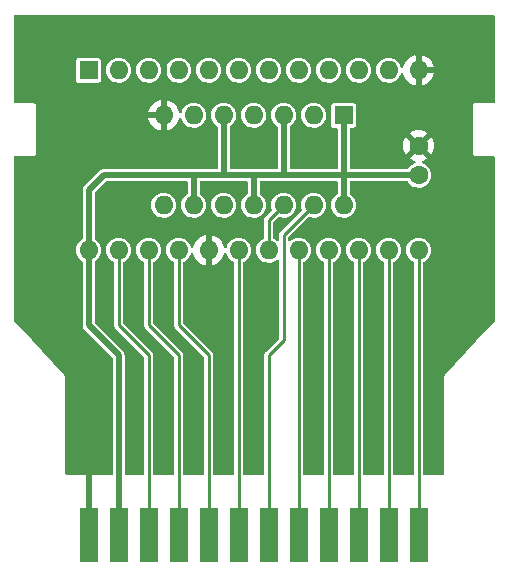
<source format=gbl>
G04 #@! TF.GenerationSoftware,KiCad,Pcbnew,6.0.2+dfsg-1*
G04 #@! TF.CreationDate,2025-06-30T22:41:18+02:00*
G04 #@! TF.ProjectId,2600cart,32363030-6361-4727-942e-6b696361645f,rev?*
G04 #@! TF.SameCoordinates,Original*
G04 #@! TF.FileFunction,Copper,L2,Bot*
G04 #@! TF.FilePolarity,Positive*
%FSLAX46Y46*%
G04 Gerber Fmt 4.6, Leading zero omitted, Abs format (unit mm)*
G04 Created by KiCad (PCBNEW 6.0.2+dfsg-1) date 2025-06-30 22:41:18*
%MOMM*%
%LPD*%
G01*
G04 APERTURE LIST*
G04 #@! TA.AperFunction,ConnectorPad*
%ADD10R,1.524000X4.572000*%
G04 #@! TD*
G04 #@! TA.AperFunction,ComponentPad*
%ADD11C,1.600000*%
G04 #@! TD*
G04 #@! TA.AperFunction,ComponentPad*
%ADD12R,1.600000X1.600000*%
G04 #@! TD*
G04 #@! TA.AperFunction,ComponentPad*
%ADD13O,1.600000X1.600000*%
G04 #@! TD*
G04 #@! TA.AperFunction,Conductor*
%ADD14C,0.500000*%
G04 #@! TD*
G04 #@! TA.AperFunction,Conductor*
%ADD15C,0.250000*%
G04 #@! TD*
G04 APERTURE END LIST*
D10*
X95504000Y-90170000D03*
X98044000Y-90170000D03*
X100584000Y-90170000D03*
X103124000Y-90170000D03*
X105664000Y-90170000D03*
X108204000Y-90170000D03*
X110744000Y-90170000D03*
X113284000Y-90170000D03*
X115824000Y-90170000D03*
X118364000Y-90170000D03*
X120904000Y-90170000D03*
X123444000Y-90170000D03*
D11*
X123444000Y-59690000D03*
X123444000Y-57190000D03*
D12*
X117094000Y-54610000D03*
D13*
X101854000Y-62230000D03*
X114554000Y-54610000D03*
X104394000Y-62230000D03*
X112014000Y-54610000D03*
X106934000Y-62230000D03*
X109474000Y-54610000D03*
X109474000Y-62230000D03*
X106934000Y-54610000D03*
X112014000Y-62230000D03*
X104394000Y-54610000D03*
X114554000Y-62230000D03*
X101854000Y-54610000D03*
X117094000Y-62230000D03*
D12*
X95504000Y-50800000D03*
D13*
X123444000Y-66040000D03*
X98044000Y-50800000D03*
X120904000Y-66040000D03*
X100584000Y-50800000D03*
X118364000Y-66040000D03*
X103124000Y-50800000D03*
X115824000Y-66040000D03*
X105664000Y-50800000D03*
X113284000Y-66040000D03*
X108204000Y-50800000D03*
X110744000Y-66040000D03*
X110744000Y-50800000D03*
X108204000Y-66040000D03*
X113284000Y-50800000D03*
X105664000Y-66040000D03*
X115824000Y-50800000D03*
X103124000Y-66040000D03*
X118364000Y-50800000D03*
X100584000Y-66040000D03*
X120904000Y-50800000D03*
X98044000Y-66040000D03*
X123444000Y-50800000D03*
X95504000Y-66040000D03*
D14*
X95504000Y-72390000D02*
X95504000Y-66040000D01*
X104394000Y-62230000D02*
X104394000Y-59690000D01*
X109474000Y-62230000D02*
X109474000Y-59690000D01*
X106934000Y-54610000D02*
X106934000Y-59690000D01*
X112014000Y-54610000D02*
X112014000Y-59690000D01*
X117094000Y-54610000D02*
X117094000Y-59690000D01*
X117094000Y-62230000D02*
X117094000Y-59690000D01*
X123444000Y-59690000D02*
X117094000Y-59690000D01*
X117094000Y-59690000D02*
X112014000Y-59690000D01*
X112014000Y-59690000D02*
X109474000Y-59690000D01*
X109474000Y-59690000D02*
X106934000Y-59690000D01*
X106934000Y-59690000D02*
X104394000Y-59690000D01*
X104394000Y-59690000D02*
X96774000Y-59690000D01*
X95504000Y-60960000D02*
X95504000Y-66040000D01*
X96774000Y-59690000D02*
X95504000Y-60960000D01*
X98044000Y-88900000D02*
X98044000Y-74930000D01*
X98044000Y-74930000D02*
X95504000Y-72390000D01*
X95504000Y-88900000D02*
X95504000Y-74930000D01*
X94234000Y-48260000D02*
X101854000Y-48260000D01*
X92964000Y-49530000D02*
X94234000Y-48260000D01*
X92964000Y-72390000D02*
X92964000Y-49530000D01*
X95504000Y-74930000D02*
X92964000Y-72390000D01*
X101854000Y-48260000D02*
X122174000Y-48260000D01*
X122174000Y-48260000D02*
X123444000Y-49530000D01*
X123444000Y-49530000D02*
X123444000Y-50800000D01*
X101854000Y-48260000D02*
X101854000Y-54610000D01*
D15*
X112014000Y-64770000D02*
X114554000Y-62230000D01*
X112014000Y-73660000D02*
X112014000Y-64770000D01*
X110744000Y-88900000D02*
X110744000Y-74930000D01*
X110744000Y-74930000D02*
X112014000Y-73660000D01*
X112014000Y-62230000D02*
X110744000Y-63500000D01*
X110744000Y-63500000D02*
X110744000Y-66040000D01*
X123444000Y-86360000D02*
X123444000Y-88900000D01*
X123444000Y-66040000D02*
X123444000Y-86360000D01*
X120904000Y-88900000D02*
X120904000Y-66040000D01*
X118364000Y-66040000D02*
X118364000Y-88900000D01*
X115824000Y-66040000D02*
X115824000Y-88900000D01*
X113284000Y-66040000D02*
X113284000Y-88900000D01*
X108204000Y-66040000D02*
X108204000Y-88900000D01*
X105664000Y-88900000D02*
X105664000Y-74930000D01*
X105664000Y-74930000D02*
X103124000Y-72390000D01*
X103124000Y-72390000D02*
X103124000Y-66040000D01*
X103124000Y-88900000D02*
X103124000Y-74930000D01*
X103124000Y-74930000D02*
X100584000Y-72390000D01*
X100584000Y-72390000D02*
X100584000Y-66040000D01*
X100584000Y-88900000D02*
X100584000Y-74930000D01*
X100584000Y-74930000D02*
X98044000Y-72390000D01*
X98044000Y-72390000D02*
X98044000Y-66040000D01*
G04 #@! TA.AperFunction,Conductor*
G36*
X129863121Y-46121002D02*
G01*
X129909614Y-46174658D01*
X129921000Y-46227000D01*
X129921000Y-53417200D01*
X129900998Y-53485321D01*
X129847342Y-53531814D01*
X129795000Y-53543200D01*
X128332825Y-53543200D01*
X128308247Y-53540779D01*
X128295400Y-53538224D01*
X128283228Y-53540645D01*
X128270383Y-53543200D01*
X128196294Y-53557937D01*
X128185977Y-53564831D01*
X128185976Y-53564831D01*
X128131804Y-53601028D01*
X128112276Y-53614076D01*
X128105383Y-53624392D01*
X128099503Y-53633192D01*
X128056137Y-53698094D01*
X128036424Y-53797200D01*
X128038845Y-53809370D01*
X128038979Y-53810044D01*
X128041400Y-53834625D01*
X128041400Y-57747575D01*
X128038979Y-57772153D01*
X128036424Y-57785000D01*
X128041400Y-57810017D01*
X128056137Y-57884106D01*
X128063031Y-57894423D01*
X128063031Y-57894424D01*
X128070149Y-57905077D01*
X128112276Y-57968124D01*
X128196294Y-58024263D01*
X128295400Y-58043976D01*
X128308247Y-58041421D01*
X128332825Y-58039000D01*
X129795000Y-58039000D01*
X129863121Y-58059002D01*
X129909614Y-58112658D01*
X129921000Y-58165000D01*
X129921000Y-71937650D01*
X129900998Y-72005771D01*
X129887985Y-72022679D01*
X129241361Y-72729806D01*
X125675287Y-76629549D01*
X125675209Y-76629634D01*
X125667565Y-76636198D01*
X125667571Y-76636204D01*
X125658794Y-76644982D01*
X125648476Y-76651876D01*
X125632509Y-76675773D01*
X125630767Y-76678234D01*
X125627273Y-76682055D01*
X125618699Y-76696217D01*
X125615706Y-76700919D01*
X125592337Y-76735894D01*
X125591191Y-76741654D01*
X125588151Y-76746676D01*
X125586276Y-76758942D01*
X125581798Y-76788235D01*
X125580824Y-76793773D01*
X125577600Y-76809983D01*
X125577600Y-76815168D01*
X125577226Y-76818148D01*
X125572882Y-76846563D01*
X125575844Y-76858614D01*
X125576398Y-76871010D01*
X125576389Y-76871010D01*
X125577600Y-76881014D01*
X125577600Y-84964000D01*
X125557598Y-85032121D01*
X125503942Y-85078614D01*
X125451600Y-85090000D01*
X123949500Y-85090000D01*
X123881379Y-85069998D01*
X123834886Y-85016342D01*
X123823500Y-84964000D01*
X123823500Y-67107266D01*
X123843502Y-67039145D01*
X123892690Y-66994800D01*
X124006262Y-66937431D01*
X124006264Y-66937430D01*
X124011763Y-66934652D01*
X124174722Y-66807334D01*
X124178748Y-66802670D01*
X124178751Y-66802667D01*
X124305819Y-66655457D01*
X124305820Y-66655455D01*
X124309848Y-66650789D01*
X124411995Y-66470979D01*
X124477270Y-66274753D01*
X124503189Y-66069586D01*
X124503602Y-66040000D01*
X124483422Y-65834189D01*
X124423651Y-65636217D01*
X124375108Y-65544921D01*
X124329459Y-65459067D01*
X124329457Y-65459064D01*
X124326565Y-65453625D01*
X124322674Y-65448855D01*
X124322672Y-65448851D01*
X124199758Y-65298143D01*
X124199755Y-65298140D01*
X124195863Y-65293368D01*
X124188966Y-65287662D01*
X124041271Y-65165478D01*
X124041266Y-65165475D01*
X124036522Y-65161550D01*
X124031103Y-65158620D01*
X124031100Y-65158618D01*
X123860032Y-65066122D01*
X123860027Y-65066120D01*
X123854612Y-65063192D01*
X123657063Y-65002040D01*
X123650938Y-65001396D01*
X123650937Y-65001396D01*
X123457526Y-64981068D01*
X123457524Y-64981068D01*
X123451397Y-64980424D01*
X123325229Y-64991906D01*
X123251591Y-64998607D01*
X123251590Y-64998607D01*
X123245450Y-64999166D01*
X123047066Y-65057554D01*
X123041601Y-65060411D01*
X122869261Y-65150508D01*
X122869257Y-65150511D01*
X122863801Y-65153363D01*
X122859001Y-65157223D01*
X122859000Y-65157223D01*
X122857265Y-65158618D01*
X122702635Y-65282943D01*
X122569708Y-65441360D01*
X122470082Y-65622578D01*
X122407553Y-65819696D01*
X122384501Y-66025206D01*
X122401806Y-66231278D01*
X122458807Y-66430066D01*
X122461625Y-66435548D01*
X122461626Y-66435552D01*
X122550514Y-66608509D01*
X122550517Y-66608513D01*
X122553334Y-66613995D01*
X122681786Y-66776061D01*
X122686479Y-66780055D01*
X122686480Y-66780056D01*
X122801783Y-66878186D01*
X122839271Y-66910091D01*
X122939501Y-66966108D01*
X122999971Y-66999904D01*
X123049676Y-67050598D01*
X123064500Y-67109892D01*
X123064500Y-84964000D01*
X123044498Y-85032121D01*
X122990842Y-85078614D01*
X122938500Y-85090000D01*
X121409500Y-85090000D01*
X121341379Y-85069998D01*
X121294886Y-85016342D01*
X121283500Y-84964000D01*
X121283500Y-67107266D01*
X121303502Y-67039145D01*
X121352690Y-66994800D01*
X121466262Y-66937431D01*
X121466264Y-66937430D01*
X121471763Y-66934652D01*
X121634722Y-66807334D01*
X121638748Y-66802670D01*
X121638751Y-66802667D01*
X121765819Y-66655457D01*
X121765820Y-66655455D01*
X121769848Y-66650789D01*
X121871995Y-66470979D01*
X121937270Y-66274753D01*
X121963189Y-66069586D01*
X121963602Y-66040000D01*
X121943422Y-65834189D01*
X121883651Y-65636217D01*
X121835108Y-65544921D01*
X121789459Y-65459067D01*
X121789457Y-65459064D01*
X121786565Y-65453625D01*
X121782674Y-65448855D01*
X121782672Y-65448851D01*
X121659758Y-65298143D01*
X121659755Y-65298140D01*
X121655863Y-65293368D01*
X121648966Y-65287662D01*
X121501271Y-65165478D01*
X121501266Y-65165475D01*
X121496522Y-65161550D01*
X121491103Y-65158620D01*
X121491100Y-65158618D01*
X121320032Y-65066122D01*
X121320027Y-65066120D01*
X121314612Y-65063192D01*
X121117063Y-65002040D01*
X121110938Y-65001396D01*
X121110937Y-65001396D01*
X120917526Y-64981068D01*
X120917524Y-64981068D01*
X120911397Y-64980424D01*
X120785229Y-64991906D01*
X120711591Y-64998607D01*
X120711590Y-64998607D01*
X120705450Y-64999166D01*
X120507066Y-65057554D01*
X120501601Y-65060411D01*
X120329261Y-65150508D01*
X120329257Y-65150511D01*
X120323801Y-65153363D01*
X120319001Y-65157223D01*
X120319000Y-65157223D01*
X120317265Y-65158618D01*
X120162635Y-65282943D01*
X120029708Y-65441360D01*
X119930082Y-65622578D01*
X119867553Y-65819696D01*
X119844501Y-66025206D01*
X119861806Y-66231278D01*
X119918807Y-66430066D01*
X119921625Y-66435548D01*
X119921626Y-66435552D01*
X120010514Y-66608509D01*
X120010517Y-66608513D01*
X120013334Y-66613995D01*
X120141786Y-66776061D01*
X120146479Y-66780055D01*
X120146480Y-66780056D01*
X120261783Y-66878186D01*
X120299271Y-66910091D01*
X120399501Y-66966108D01*
X120459971Y-66999904D01*
X120509676Y-67050598D01*
X120524500Y-67109892D01*
X120524500Y-84964000D01*
X120504498Y-85032121D01*
X120450842Y-85078614D01*
X120398500Y-85090000D01*
X118869500Y-85090000D01*
X118801379Y-85069998D01*
X118754886Y-85016342D01*
X118743500Y-84964000D01*
X118743500Y-67107266D01*
X118763502Y-67039145D01*
X118812690Y-66994800D01*
X118926262Y-66937431D01*
X118926264Y-66937430D01*
X118931763Y-66934652D01*
X119094722Y-66807334D01*
X119098748Y-66802670D01*
X119098751Y-66802667D01*
X119225819Y-66655457D01*
X119225820Y-66655455D01*
X119229848Y-66650789D01*
X119331995Y-66470979D01*
X119397270Y-66274753D01*
X119423189Y-66069586D01*
X119423602Y-66040000D01*
X119403422Y-65834189D01*
X119343651Y-65636217D01*
X119295108Y-65544921D01*
X119249459Y-65459067D01*
X119249457Y-65459064D01*
X119246565Y-65453625D01*
X119242674Y-65448855D01*
X119242672Y-65448851D01*
X119119758Y-65298143D01*
X119119755Y-65298140D01*
X119115863Y-65293368D01*
X119108966Y-65287662D01*
X118961271Y-65165478D01*
X118961266Y-65165475D01*
X118956522Y-65161550D01*
X118951103Y-65158620D01*
X118951100Y-65158618D01*
X118780032Y-65066122D01*
X118780027Y-65066120D01*
X118774612Y-65063192D01*
X118577063Y-65002040D01*
X118570938Y-65001396D01*
X118570937Y-65001396D01*
X118377526Y-64981068D01*
X118377524Y-64981068D01*
X118371397Y-64980424D01*
X118245229Y-64991906D01*
X118171591Y-64998607D01*
X118171590Y-64998607D01*
X118165450Y-64999166D01*
X117967066Y-65057554D01*
X117961601Y-65060411D01*
X117789261Y-65150508D01*
X117789257Y-65150511D01*
X117783801Y-65153363D01*
X117779001Y-65157223D01*
X117779000Y-65157223D01*
X117777265Y-65158618D01*
X117622635Y-65282943D01*
X117489708Y-65441360D01*
X117390082Y-65622578D01*
X117327553Y-65819696D01*
X117304501Y-66025206D01*
X117321806Y-66231278D01*
X117378807Y-66430066D01*
X117381625Y-66435548D01*
X117381626Y-66435552D01*
X117470514Y-66608509D01*
X117470517Y-66608513D01*
X117473334Y-66613995D01*
X117601786Y-66776061D01*
X117606479Y-66780055D01*
X117606480Y-66780056D01*
X117721783Y-66878186D01*
X117759271Y-66910091D01*
X117859501Y-66966108D01*
X117919971Y-66999904D01*
X117969676Y-67050598D01*
X117984500Y-67109892D01*
X117984500Y-84964000D01*
X117964498Y-85032121D01*
X117910842Y-85078614D01*
X117858500Y-85090000D01*
X116329500Y-85090000D01*
X116261379Y-85069998D01*
X116214886Y-85016342D01*
X116203500Y-84964000D01*
X116203500Y-67107266D01*
X116223502Y-67039145D01*
X116272690Y-66994800D01*
X116386262Y-66937431D01*
X116386264Y-66937430D01*
X116391763Y-66934652D01*
X116554722Y-66807334D01*
X116558748Y-66802670D01*
X116558751Y-66802667D01*
X116685819Y-66655457D01*
X116685820Y-66655455D01*
X116689848Y-66650789D01*
X116791995Y-66470979D01*
X116857270Y-66274753D01*
X116883189Y-66069586D01*
X116883602Y-66040000D01*
X116863422Y-65834189D01*
X116803651Y-65636217D01*
X116755108Y-65544921D01*
X116709459Y-65459067D01*
X116709457Y-65459064D01*
X116706565Y-65453625D01*
X116702674Y-65448855D01*
X116702672Y-65448851D01*
X116579758Y-65298143D01*
X116579755Y-65298140D01*
X116575863Y-65293368D01*
X116568966Y-65287662D01*
X116421271Y-65165478D01*
X116421266Y-65165475D01*
X116416522Y-65161550D01*
X116411103Y-65158620D01*
X116411100Y-65158618D01*
X116240032Y-65066122D01*
X116240027Y-65066120D01*
X116234612Y-65063192D01*
X116037063Y-65002040D01*
X116030938Y-65001396D01*
X116030937Y-65001396D01*
X115837526Y-64981068D01*
X115837524Y-64981068D01*
X115831397Y-64980424D01*
X115705229Y-64991906D01*
X115631591Y-64998607D01*
X115631590Y-64998607D01*
X115625450Y-64999166D01*
X115427066Y-65057554D01*
X115421601Y-65060411D01*
X115249261Y-65150508D01*
X115249257Y-65150511D01*
X115243801Y-65153363D01*
X115239001Y-65157223D01*
X115239000Y-65157223D01*
X115237265Y-65158618D01*
X115082635Y-65282943D01*
X114949708Y-65441360D01*
X114850082Y-65622578D01*
X114787553Y-65819696D01*
X114764501Y-66025206D01*
X114781806Y-66231278D01*
X114838807Y-66430066D01*
X114841625Y-66435548D01*
X114841626Y-66435552D01*
X114930514Y-66608509D01*
X114930517Y-66608513D01*
X114933334Y-66613995D01*
X115061786Y-66776061D01*
X115066479Y-66780055D01*
X115066480Y-66780056D01*
X115181783Y-66878186D01*
X115219271Y-66910091D01*
X115319501Y-66966108D01*
X115379971Y-66999904D01*
X115429676Y-67050598D01*
X115444500Y-67109892D01*
X115444500Y-84964000D01*
X115424498Y-85032121D01*
X115370842Y-85078614D01*
X115318500Y-85090000D01*
X113789500Y-85090000D01*
X113721379Y-85069998D01*
X113674886Y-85016342D01*
X113663500Y-84964000D01*
X113663500Y-67107266D01*
X113683502Y-67039145D01*
X113732690Y-66994800D01*
X113846262Y-66937431D01*
X113846264Y-66937430D01*
X113851763Y-66934652D01*
X114014722Y-66807334D01*
X114018748Y-66802670D01*
X114018751Y-66802667D01*
X114145819Y-66655457D01*
X114145820Y-66655455D01*
X114149848Y-66650789D01*
X114251995Y-66470979D01*
X114317270Y-66274753D01*
X114343189Y-66069586D01*
X114343602Y-66040000D01*
X114323422Y-65834189D01*
X114263651Y-65636217D01*
X114215108Y-65544921D01*
X114169459Y-65459067D01*
X114169457Y-65459064D01*
X114166565Y-65453625D01*
X114162674Y-65448855D01*
X114162672Y-65448851D01*
X114039758Y-65298143D01*
X114039755Y-65298140D01*
X114035863Y-65293368D01*
X114028966Y-65287662D01*
X113881271Y-65165478D01*
X113881266Y-65165475D01*
X113876522Y-65161550D01*
X113871103Y-65158620D01*
X113871100Y-65158618D01*
X113700032Y-65066122D01*
X113700027Y-65066120D01*
X113694612Y-65063192D01*
X113497063Y-65002040D01*
X113490938Y-65001396D01*
X113490937Y-65001396D01*
X113297526Y-64981068D01*
X113297524Y-64981068D01*
X113291397Y-64980424D01*
X113165229Y-64991906D01*
X113091591Y-64998607D01*
X113091590Y-64998607D01*
X113085450Y-64999166D01*
X112887066Y-65057554D01*
X112881601Y-65060411D01*
X112709261Y-65150508D01*
X112709257Y-65150511D01*
X112703801Y-65153363D01*
X112699001Y-65157223D01*
X112699000Y-65157223D01*
X112598452Y-65238065D01*
X112532829Y-65265161D01*
X112462975Y-65252477D01*
X112411067Y-65204041D01*
X112393500Y-65139868D01*
X112393500Y-64979384D01*
X112413502Y-64911263D01*
X112430405Y-64890289D01*
X114067588Y-63253107D01*
X114129900Y-63219081D01*
X114195618Y-63222369D01*
X114326466Y-63264884D01*
X114531809Y-63289370D01*
X114537944Y-63288898D01*
X114537946Y-63288898D01*
X114731856Y-63273977D01*
X114731860Y-63273976D01*
X114737998Y-63273504D01*
X114937178Y-63217892D01*
X114942682Y-63215112D01*
X114942684Y-63215111D01*
X115116262Y-63127431D01*
X115116264Y-63127430D01*
X115121763Y-63124652D01*
X115284722Y-62997334D01*
X115288748Y-62992670D01*
X115288751Y-62992667D01*
X115415819Y-62845457D01*
X115415820Y-62845455D01*
X115419848Y-62840789D01*
X115521995Y-62660979D01*
X115587270Y-62464753D01*
X115613189Y-62259586D01*
X115613602Y-62230000D01*
X115593422Y-62024189D01*
X115533651Y-61826217D01*
X115436565Y-61643625D01*
X115432674Y-61638855D01*
X115432672Y-61638851D01*
X115309758Y-61488143D01*
X115309755Y-61488140D01*
X115305863Y-61483368D01*
X115298966Y-61477662D01*
X115151271Y-61355478D01*
X115151266Y-61355475D01*
X115146522Y-61351550D01*
X115141103Y-61348620D01*
X115141100Y-61348618D01*
X114970032Y-61256122D01*
X114970027Y-61256120D01*
X114964612Y-61253192D01*
X114767063Y-61192040D01*
X114760938Y-61191396D01*
X114760937Y-61191396D01*
X114567526Y-61171068D01*
X114567524Y-61171068D01*
X114561397Y-61170424D01*
X114435229Y-61181906D01*
X114361591Y-61188607D01*
X114361590Y-61188607D01*
X114355450Y-61189166D01*
X114157066Y-61247554D01*
X114151601Y-61250411D01*
X113979261Y-61340508D01*
X113979257Y-61340511D01*
X113973801Y-61343363D01*
X113969001Y-61347223D01*
X113969000Y-61347223D01*
X113967265Y-61348618D01*
X113812635Y-61472943D01*
X113679708Y-61631360D01*
X113580082Y-61812578D01*
X113517553Y-62009696D01*
X113494501Y-62215206D01*
X113511806Y-62421278D01*
X113513505Y-62427203D01*
X113561371Y-62594134D01*
X113560920Y-62665129D01*
X113529347Y-62717959D01*
X111783784Y-64463522D01*
X111765036Y-64478664D01*
X111763811Y-64479779D01*
X111755060Y-64485429D01*
X111748613Y-64493607D01*
X111748611Y-64493609D01*
X111734271Y-64511800D01*
X111730325Y-64516241D01*
X111730398Y-64516303D01*
X111727039Y-64520267D01*
X111723362Y-64523944D01*
X111712108Y-64539692D01*
X111708602Y-64544362D01*
X111676844Y-64584647D01*
X111673812Y-64593281D01*
X111668486Y-64600734D01*
X111665501Y-64610715D01*
X111653799Y-64649844D01*
X111651964Y-64655492D01*
X111634982Y-64703851D01*
X111634500Y-64709416D01*
X111634500Y-64712124D01*
X111634386Y-64714758D01*
X111634357Y-64714856D01*
X111634193Y-64714849D01*
X111634149Y-64715553D01*
X111632287Y-64721778D01*
X111632696Y-64732183D01*
X111634403Y-64775635D01*
X111634500Y-64780582D01*
X111634500Y-65140295D01*
X111614498Y-65208416D01*
X111560842Y-65254909D01*
X111490568Y-65265013D01*
X111428185Y-65237380D01*
X111341271Y-65165478D01*
X111341266Y-65165475D01*
X111336522Y-65161550D01*
X111331103Y-65158620D01*
X111331100Y-65158618D01*
X111189572Y-65082095D01*
X111139163Y-65032100D01*
X111123500Y-64971259D01*
X111123500Y-63709384D01*
X111143502Y-63641263D01*
X111160405Y-63620289D01*
X111527587Y-63253107D01*
X111589899Y-63219081D01*
X111655618Y-63222369D01*
X111786466Y-63264884D01*
X111991809Y-63289370D01*
X111997944Y-63288898D01*
X111997946Y-63288898D01*
X112191856Y-63273977D01*
X112191860Y-63273976D01*
X112197998Y-63273504D01*
X112397178Y-63217892D01*
X112402682Y-63215112D01*
X112402684Y-63215111D01*
X112576262Y-63127431D01*
X112576264Y-63127430D01*
X112581763Y-63124652D01*
X112744722Y-62997334D01*
X112748748Y-62992670D01*
X112748751Y-62992667D01*
X112875819Y-62845457D01*
X112875820Y-62845455D01*
X112879848Y-62840789D01*
X112981995Y-62660979D01*
X113047270Y-62464753D01*
X113073189Y-62259586D01*
X113073602Y-62230000D01*
X113053422Y-62024189D01*
X112993651Y-61826217D01*
X112896565Y-61643625D01*
X112892674Y-61638855D01*
X112892672Y-61638851D01*
X112769758Y-61488143D01*
X112769755Y-61488140D01*
X112765863Y-61483368D01*
X112758966Y-61477662D01*
X112611271Y-61355478D01*
X112611266Y-61355475D01*
X112606522Y-61351550D01*
X112601103Y-61348620D01*
X112601100Y-61348618D01*
X112430032Y-61256122D01*
X112430027Y-61256120D01*
X112424612Y-61253192D01*
X112227063Y-61192040D01*
X112220938Y-61191396D01*
X112220937Y-61191396D01*
X112027526Y-61171068D01*
X112027524Y-61171068D01*
X112021397Y-61170424D01*
X111895229Y-61181906D01*
X111821591Y-61188607D01*
X111821590Y-61188607D01*
X111815450Y-61189166D01*
X111617066Y-61247554D01*
X111611601Y-61250411D01*
X111439261Y-61340508D01*
X111439257Y-61340511D01*
X111433801Y-61343363D01*
X111429001Y-61347223D01*
X111429000Y-61347223D01*
X111427265Y-61348618D01*
X111272635Y-61472943D01*
X111139708Y-61631360D01*
X111040082Y-61812578D01*
X110977553Y-62009696D01*
X110954501Y-62215206D01*
X110971806Y-62421278D01*
X110973505Y-62427203D01*
X111021371Y-62594134D01*
X111020920Y-62665129D01*
X110989347Y-62717959D01*
X110513784Y-63193522D01*
X110495036Y-63208664D01*
X110493811Y-63209779D01*
X110485060Y-63215429D01*
X110478613Y-63223607D01*
X110478611Y-63223609D01*
X110464271Y-63241800D01*
X110460325Y-63246241D01*
X110460398Y-63246303D01*
X110457039Y-63250267D01*
X110453362Y-63253944D01*
X110442108Y-63269692D01*
X110438602Y-63274362D01*
X110406844Y-63314647D01*
X110403812Y-63323281D01*
X110398486Y-63330734D01*
X110395501Y-63340715D01*
X110383799Y-63379844D01*
X110381964Y-63385492D01*
X110364982Y-63433851D01*
X110364500Y-63439416D01*
X110364500Y-63442124D01*
X110364386Y-63444758D01*
X110364357Y-63444856D01*
X110364193Y-63444849D01*
X110364149Y-63445553D01*
X110362287Y-63451778D01*
X110362696Y-63462183D01*
X110364403Y-63505635D01*
X110364500Y-63510582D01*
X110364500Y-64972131D01*
X110344498Y-65040252D01*
X110296876Y-65083792D01*
X110169265Y-65150506D01*
X110169261Y-65150508D01*
X110163801Y-65153363D01*
X110159001Y-65157223D01*
X110159000Y-65157223D01*
X110157265Y-65158618D01*
X110002635Y-65282943D01*
X109869708Y-65441360D01*
X109770082Y-65622578D01*
X109707553Y-65819696D01*
X109684501Y-66025206D01*
X109701806Y-66231278D01*
X109758807Y-66430066D01*
X109761625Y-66435548D01*
X109761626Y-66435552D01*
X109850514Y-66608509D01*
X109850517Y-66608513D01*
X109853334Y-66613995D01*
X109981786Y-66776061D01*
X109986479Y-66780055D01*
X109986480Y-66780056D01*
X110101783Y-66878186D01*
X110139271Y-66910091D01*
X110319789Y-67010980D01*
X110516466Y-67074884D01*
X110721809Y-67099370D01*
X110727944Y-67098898D01*
X110727946Y-67098898D01*
X110921856Y-67083977D01*
X110921860Y-67083976D01*
X110927998Y-67083504D01*
X111127178Y-67027892D01*
X111132682Y-67025112D01*
X111132684Y-67025111D01*
X111306262Y-66937431D01*
X111306264Y-66937430D01*
X111311763Y-66934652D01*
X111430927Y-66841551D01*
X111496921Y-66815373D01*
X111566591Y-66829030D01*
X111617818Y-66878186D01*
X111634500Y-66940840D01*
X111634500Y-73450616D01*
X111614498Y-73518737D01*
X111597595Y-73539711D01*
X110513784Y-74623522D01*
X110495036Y-74638664D01*
X110493811Y-74639779D01*
X110485060Y-74645429D01*
X110478613Y-74653607D01*
X110478611Y-74653609D01*
X110464271Y-74671800D01*
X110460325Y-74676241D01*
X110460398Y-74676303D01*
X110457039Y-74680267D01*
X110453362Y-74683944D01*
X110442108Y-74699692D01*
X110438602Y-74704362D01*
X110406844Y-74744647D01*
X110403812Y-74753281D01*
X110398486Y-74760734D01*
X110387879Y-74796203D01*
X110383799Y-74809844D01*
X110381964Y-74815492D01*
X110364982Y-74863851D01*
X110364500Y-74869416D01*
X110364500Y-74872124D01*
X110364386Y-74874758D01*
X110364357Y-74874856D01*
X110364193Y-74874849D01*
X110364149Y-74875553D01*
X110362287Y-74881778D01*
X110363351Y-74908854D01*
X110364403Y-74935635D01*
X110364500Y-74940582D01*
X110364500Y-84964000D01*
X110344498Y-85032121D01*
X110290842Y-85078614D01*
X110238500Y-85090000D01*
X108709500Y-85090000D01*
X108641379Y-85069998D01*
X108594886Y-85016342D01*
X108583500Y-84964000D01*
X108583500Y-67107266D01*
X108603502Y-67039145D01*
X108652690Y-66994800D01*
X108766262Y-66937431D01*
X108766264Y-66937430D01*
X108771763Y-66934652D01*
X108934722Y-66807334D01*
X108938748Y-66802670D01*
X108938751Y-66802667D01*
X109065819Y-66655457D01*
X109065820Y-66655455D01*
X109069848Y-66650789D01*
X109171995Y-66470979D01*
X109237270Y-66274753D01*
X109263189Y-66069586D01*
X109263602Y-66040000D01*
X109243422Y-65834189D01*
X109183651Y-65636217D01*
X109135108Y-65544921D01*
X109089459Y-65459067D01*
X109089457Y-65459064D01*
X109086565Y-65453625D01*
X109082674Y-65448855D01*
X109082672Y-65448851D01*
X108959758Y-65298143D01*
X108959755Y-65298140D01*
X108955863Y-65293368D01*
X108948966Y-65287662D01*
X108801271Y-65165478D01*
X108801266Y-65165475D01*
X108796522Y-65161550D01*
X108791103Y-65158620D01*
X108791100Y-65158618D01*
X108620032Y-65066122D01*
X108620027Y-65066120D01*
X108614612Y-65063192D01*
X108417063Y-65002040D01*
X108410938Y-65001396D01*
X108410937Y-65001396D01*
X108217526Y-64981068D01*
X108217524Y-64981068D01*
X108211397Y-64980424D01*
X108085229Y-64991906D01*
X108011591Y-64998607D01*
X108011590Y-64998607D01*
X108005450Y-64999166D01*
X107807066Y-65057554D01*
X107801601Y-65060411D01*
X107629261Y-65150508D01*
X107629257Y-65150511D01*
X107623801Y-65153363D01*
X107619001Y-65157223D01*
X107619000Y-65157223D01*
X107617265Y-65158618D01*
X107462635Y-65282943D01*
X107329708Y-65441360D01*
X107230082Y-65622578D01*
X107228219Y-65628451D01*
X107184844Y-65765187D01*
X107145181Y-65824072D01*
X107079979Y-65852164D01*
X107009939Y-65840547D01*
X106957299Y-65792907D01*
X106943035Y-65759700D01*
X106899236Y-65596239D01*
X106895490Y-65585947D01*
X106803414Y-65388489D01*
X106797931Y-65378993D01*
X106672972Y-65200533D01*
X106665916Y-65192125D01*
X106511875Y-65038084D01*
X106503467Y-65031028D01*
X106325007Y-64906069D01*
X106315511Y-64900586D01*
X106118053Y-64808510D01*
X106107761Y-64804764D01*
X105935497Y-64758606D01*
X105921401Y-64758942D01*
X105918000Y-64766884D01*
X105918000Y-67307967D01*
X105921973Y-67321498D01*
X105930522Y-67322727D01*
X106107761Y-67275236D01*
X106118053Y-67271490D01*
X106315511Y-67179414D01*
X106325007Y-67173931D01*
X106503467Y-67048972D01*
X106511875Y-67041916D01*
X106665916Y-66887875D01*
X106672972Y-66879467D01*
X106797931Y-66701007D01*
X106803414Y-66691511D01*
X106895490Y-66494053D01*
X106899236Y-66483761D01*
X106943452Y-66318743D01*
X106980404Y-66258120D01*
X107044264Y-66227099D01*
X107114759Y-66235527D01*
X107169506Y-66280730D01*
X107186278Y-66316624D01*
X107218807Y-66430066D01*
X107221625Y-66435548D01*
X107221626Y-66435552D01*
X107310514Y-66608509D01*
X107310517Y-66608513D01*
X107313334Y-66613995D01*
X107441786Y-66776061D01*
X107446479Y-66780055D01*
X107446480Y-66780056D01*
X107561783Y-66878186D01*
X107599271Y-66910091D01*
X107699501Y-66966108D01*
X107759971Y-66999904D01*
X107809676Y-67050598D01*
X107824500Y-67109892D01*
X107824500Y-84964000D01*
X107804498Y-85032121D01*
X107750842Y-85078614D01*
X107698500Y-85090000D01*
X106169500Y-85090000D01*
X106101379Y-85069998D01*
X106054886Y-85016342D01*
X106043500Y-84964000D01*
X106043500Y-74983920D01*
X106046049Y-74959973D01*
X106046128Y-74958307D01*
X106048320Y-74948124D01*
X106047096Y-74937782D01*
X106047096Y-74937779D01*
X106044374Y-74914787D01*
X106044023Y-74908846D01*
X106043928Y-74908854D01*
X106043500Y-74903674D01*
X106043500Y-74898476D01*
X106042453Y-74892183D01*
X106040329Y-74879427D01*
X106039492Y-74873547D01*
X106034693Y-74832997D01*
X106034692Y-74832995D01*
X106033469Y-74822659D01*
X106029508Y-74814410D01*
X106028004Y-74805374D01*
X106018062Y-74786948D01*
X106003652Y-74760240D01*
X106000957Y-74754951D01*
X105982212Y-74715915D01*
X105978780Y-74708768D01*
X105975186Y-74704492D01*
X105973246Y-74702552D01*
X105971493Y-74700641D01*
X105971444Y-74700551D01*
X105971567Y-74700439D01*
X105971095Y-74699904D01*
X105968010Y-74694186D01*
X105928413Y-74657583D01*
X105924848Y-74654154D01*
X103540405Y-72269711D01*
X103506379Y-72207399D01*
X103503500Y-72180616D01*
X103503500Y-67107266D01*
X103523502Y-67039145D01*
X103572690Y-66994800D01*
X103686262Y-66937431D01*
X103686264Y-66937430D01*
X103691763Y-66934652D01*
X103854722Y-66807334D01*
X103858748Y-66802670D01*
X103858751Y-66802667D01*
X103985819Y-66655457D01*
X103985820Y-66655455D01*
X103989848Y-66650789D01*
X104091995Y-66470979D01*
X104093940Y-66465131D01*
X104093943Y-66465125D01*
X104144058Y-66314473D01*
X104184539Y-66256149D01*
X104250127Y-66228969D01*
X104319998Y-66241564D01*
X104371967Y-66289934D01*
X104385323Y-66321634D01*
X104428764Y-66483761D01*
X104432510Y-66494053D01*
X104524586Y-66691511D01*
X104530069Y-66701007D01*
X104655028Y-66879467D01*
X104662084Y-66887875D01*
X104816125Y-67041916D01*
X104824533Y-67048972D01*
X105002993Y-67173931D01*
X105012489Y-67179414D01*
X105209947Y-67271490D01*
X105220239Y-67275236D01*
X105392503Y-67321394D01*
X105406599Y-67321058D01*
X105410000Y-67313116D01*
X105410000Y-64772033D01*
X105406027Y-64758502D01*
X105397478Y-64757273D01*
X105220239Y-64804764D01*
X105209947Y-64808510D01*
X105012489Y-64900586D01*
X105002993Y-64906069D01*
X104824533Y-65031028D01*
X104816125Y-65038084D01*
X104662084Y-65192125D01*
X104655028Y-65200533D01*
X104530069Y-65378993D01*
X104524586Y-65388489D01*
X104432510Y-65585947D01*
X104428765Y-65596236D01*
X104384704Y-65760673D01*
X104347752Y-65821295D01*
X104283891Y-65852317D01*
X104213397Y-65843888D01*
X104158650Y-65798685D01*
X104142375Y-65764479D01*
X104140933Y-65759700D01*
X104103651Y-65636217D01*
X104055108Y-65544921D01*
X104009459Y-65459067D01*
X104009457Y-65459064D01*
X104006565Y-65453625D01*
X104002674Y-65448855D01*
X104002672Y-65448851D01*
X103879758Y-65298143D01*
X103879755Y-65298140D01*
X103875863Y-65293368D01*
X103868966Y-65287662D01*
X103721271Y-65165478D01*
X103721266Y-65165475D01*
X103716522Y-65161550D01*
X103711103Y-65158620D01*
X103711100Y-65158618D01*
X103540032Y-65066122D01*
X103540027Y-65066120D01*
X103534612Y-65063192D01*
X103337063Y-65002040D01*
X103330938Y-65001396D01*
X103330937Y-65001396D01*
X103137526Y-64981068D01*
X103137524Y-64981068D01*
X103131397Y-64980424D01*
X103005229Y-64991906D01*
X102931591Y-64998607D01*
X102931590Y-64998607D01*
X102925450Y-64999166D01*
X102727066Y-65057554D01*
X102721601Y-65060411D01*
X102549261Y-65150508D01*
X102549257Y-65150511D01*
X102543801Y-65153363D01*
X102539001Y-65157223D01*
X102539000Y-65157223D01*
X102537265Y-65158618D01*
X102382635Y-65282943D01*
X102249708Y-65441360D01*
X102150082Y-65622578D01*
X102087553Y-65819696D01*
X102064501Y-66025206D01*
X102081806Y-66231278D01*
X102138807Y-66430066D01*
X102141625Y-66435548D01*
X102141626Y-66435552D01*
X102230514Y-66608509D01*
X102230517Y-66608513D01*
X102233334Y-66613995D01*
X102361786Y-66776061D01*
X102366479Y-66780055D01*
X102366480Y-66780056D01*
X102481783Y-66878186D01*
X102519271Y-66910091D01*
X102619501Y-66966108D01*
X102679971Y-66999904D01*
X102729676Y-67050598D01*
X102744500Y-67109892D01*
X102744500Y-72336080D01*
X102741951Y-72360028D01*
X102741872Y-72361693D01*
X102739680Y-72371876D01*
X102740904Y-72382217D01*
X102743627Y-72405223D01*
X102743977Y-72411154D01*
X102744072Y-72411146D01*
X102744500Y-72416324D01*
X102744500Y-72421524D01*
X102745354Y-72426653D01*
X102745354Y-72426656D01*
X102747669Y-72440565D01*
X102748506Y-72446443D01*
X102748516Y-72446523D01*
X102754530Y-72497341D01*
X102758493Y-72505593D01*
X102759996Y-72514626D01*
X102764943Y-72523795D01*
X102764944Y-72523797D01*
X102784334Y-72559732D01*
X102787031Y-72565025D01*
X102805785Y-72604082D01*
X102805788Y-72604086D01*
X102809219Y-72611232D01*
X102812814Y-72615508D01*
X102814737Y-72617431D01*
X102816509Y-72619363D01*
X102816552Y-72619442D01*
X102816428Y-72619555D01*
X102816904Y-72620095D01*
X102819990Y-72625814D01*
X102827635Y-72632881D01*
X102859586Y-72662416D01*
X102863152Y-72665846D01*
X105247595Y-75050290D01*
X105281621Y-75112602D01*
X105284500Y-75139385D01*
X105284500Y-84964000D01*
X105264498Y-85032121D01*
X105210842Y-85078614D01*
X105158500Y-85090000D01*
X103629500Y-85090000D01*
X103561379Y-85069998D01*
X103514886Y-85016342D01*
X103503500Y-84964000D01*
X103503500Y-74983920D01*
X103506049Y-74959973D01*
X103506128Y-74958307D01*
X103508320Y-74948124D01*
X103507096Y-74937782D01*
X103507096Y-74937779D01*
X103504374Y-74914787D01*
X103504023Y-74908846D01*
X103503928Y-74908854D01*
X103503500Y-74903674D01*
X103503500Y-74898476D01*
X103502453Y-74892183D01*
X103500329Y-74879427D01*
X103499492Y-74873547D01*
X103494693Y-74832997D01*
X103494692Y-74832995D01*
X103493469Y-74822659D01*
X103489508Y-74814410D01*
X103488004Y-74805374D01*
X103478062Y-74786948D01*
X103463652Y-74760240D01*
X103460957Y-74754951D01*
X103442212Y-74715915D01*
X103438780Y-74708768D01*
X103435186Y-74704492D01*
X103433246Y-74702552D01*
X103431493Y-74700641D01*
X103431444Y-74700551D01*
X103431567Y-74700439D01*
X103431095Y-74699904D01*
X103428010Y-74694186D01*
X103388413Y-74657583D01*
X103384848Y-74654154D01*
X101000405Y-72269711D01*
X100966379Y-72207399D01*
X100963500Y-72180616D01*
X100963500Y-67107266D01*
X100983502Y-67039145D01*
X101032690Y-66994800D01*
X101146262Y-66937431D01*
X101146264Y-66937430D01*
X101151763Y-66934652D01*
X101314722Y-66807334D01*
X101318748Y-66802670D01*
X101318751Y-66802667D01*
X101445819Y-66655457D01*
X101445820Y-66655455D01*
X101449848Y-66650789D01*
X101551995Y-66470979D01*
X101617270Y-66274753D01*
X101643189Y-66069586D01*
X101643602Y-66040000D01*
X101623422Y-65834189D01*
X101563651Y-65636217D01*
X101515108Y-65544921D01*
X101469459Y-65459067D01*
X101469457Y-65459064D01*
X101466565Y-65453625D01*
X101462674Y-65448855D01*
X101462672Y-65448851D01*
X101339758Y-65298143D01*
X101339755Y-65298140D01*
X101335863Y-65293368D01*
X101328966Y-65287662D01*
X101181271Y-65165478D01*
X101181266Y-65165475D01*
X101176522Y-65161550D01*
X101171103Y-65158620D01*
X101171100Y-65158618D01*
X101000032Y-65066122D01*
X101000027Y-65066120D01*
X100994612Y-65063192D01*
X100797063Y-65002040D01*
X100790938Y-65001396D01*
X100790937Y-65001396D01*
X100597526Y-64981068D01*
X100597524Y-64981068D01*
X100591397Y-64980424D01*
X100465229Y-64991906D01*
X100391591Y-64998607D01*
X100391590Y-64998607D01*
X100385450Y-64999166D01*
X100187066Y-65057554D01*
X100181601Y-65060411D01*
X100009261Y-65150508D01*
X100009257Y-65150511D01*
X100003801Y-65153363D01*
X99999001Y-65157223D01*
X99999000Y-65157223D01*
X99997265Y-65158618D01*
X99842635Y-65282943D01*
X99709708Y-65441360D01*
X99610082Y-65622578D01*
X99547553Y-65819696D01*
X99524501Y-66025206D01*
X99541806Y-66231278D01*
X99598807Y-66430066D01*
X99601625Y-66435548D01*
X99601626Y-66435552D01*
X99690514Y-66608509D01*
X99690517Y-66608513D01*
X99693334Y-66613995D01*
X99821786Y-66776061D01*
X99826479Y-66780055D01*
X99826480Y-66780056D01*
X99941783Y-66878186D01*
X99979271Y-66910091D01*
X100079501Y-66966108D01*
X100139971Y-66999904D01*
X100189676Y-67050598D01*
X100204500Y-67109892D01*
X100204500Y-72336080D01*
X100201951Y-72360028D01*
X100201872Y-72361693D01*
X100199680Y-72371876D01*
X100200904Y-72382217D01*
X100203627Y-72405223D01*
X100203977Y-72411154D01*
X100204072Y-72411146D01*
X100204500Y-72416324D01*
X100204500Y-72421524D01*
X100205354Y-72426653D01*
X100205354Y-72426656D01*
X100207669Y-72440565D01*
X100208506Y-72446443D01*
X100208516Y-72446523D01*
X100214530Y-72497341D01*
X100218493Y-72505593D01*
X100219996Y-72514626D01*
X100224943Y-72523795D01*
X100224944Y-72523797D01*
X100244334Y-72559732D01*
X100247031Y-72565025D01*
X100265785Y-72604082D01*
X100265788Y-72604086D01*
X100269219Y-72611232D01*
X100272814Y-72615508D01*
X100274737Y-72617431D01*
X100276509Y-72619363D01*
X100276552Y-72619442D01*
X100276428Y-72619555D01*
X100276904Y-72620095D01*
X100279990Y-72625814D01*
X100287635Y-72632881D01*
X100319586Y-72662416D01*
X100323152Y-72665846D01*
X102707595Y-75050290D01*
X102741621Y-75112602D01*
X102744500Y-75139385D01*
X102744500Y-84964000D01*
X102724498Y-85032121D01*
X102670842Y-85078614D01*
X102618500Y-85090000D01*
X101089500Y-85090000D01*
X101021379Y-85069998D01*
X100974886Y-85016342D01*
X100963500Y-84964000D01*
X100963500Y-74983920D01*
X100966049Y-74959973D01*
X100966128Y-74958307D01*
X100968320Y-74948124D01*
X100967096Y-74937782D01*
X100967096Y-74937779D01*
X100964374Y-74914787D01*
X100964023Y-74908846D01*
X100963928Y-74908854D01*
X100963500Y-74903674D01*
X100963500Y-74898476D01*
X100962453Y-74892183D01*
X100960329Y-74879427D01*
X100959492Y-74873547D01*
X100954693Y-74832997D01*
X100954692Y-74832995D01*
X100953469Y-74822659D01*
X100949508Y-74814410D01*
X100948004Y-74805374D01*
X100938062Y-74786948D01*
X100923652Y-74760240D01*
X100920957Y-74754951D01*
X100902212Y-74715915D01*
X100898780Y-74708768D01*
X100895186Y-74704492D01*
X100893246Y-74702552D01*
X100891493Y-74700641D01*
X100891444Y-74700551D01*
X100891567Y-74700439D01*
X100891095Y-74699904D01*
X100888010Y-74694186D01*
X100848413Y-74657583D01*
X100844848Y-74654154D01*
X98460405Y-72269711D01*
X98426379Y-72207399D01*
X98423500Y-72180616D01*
X98423500Y-67107266D01*
X98443502Y-67039145D01*
X98492690Y-66994800D01*
X98606262Y-66937431D01*
X98606264Y-66937430D01*
X98611763Y-66934652D01*
X98774722Y-66807334D01*
X98778748Y-66802670D01*
X98778751Y-66802667D01*
X98905819Y-66655457D01*
X98905820Y-66655455D01*
X98909848Y-66650789D01*
X99011995Y-66470979D01*
X99077270Y-66274753D01*
X99103189Y-66069586D01*
X99103602Y-66040000D01*
X99083422Y-65834189D01*
X99023651Y-65636217D01*
X98975108Y-65544921D01*
X98929459Y-65459067D01*
X98929457Y-65459064D01*
X98926565Y-65453625D01*
X98922674Y-65448855D01*
X98922672Y-65448851D01*
X98799758Y-65298143D01*
X98799755Y-65298140D01*
X98795863Y-65293368D01*
X98788966Y-65287662D01*
X98641271Y-65165478D01*
X98641266Y-65165475D01*
X98636522Y-65161550D01*
X98631103Y-65158620D01*
X98631100Y-65158618D01*
X98460032Y-65066122D01*
X98460027Y-65066120D01*
X98454612Y-65063192D01*
X98257063Y-65002040D01*
X98250938Y-65001396D01*
X98250937Y-65001396D01*
X98057526Y-64981068D01*
X98057524Y-64981068D01*
X98051397Y-64980424D01*
X97925229Y-64991906D01*
X97851591Y-64998607D01*
X97851590Y-64998607D01*
X97845450Y-64999166D01*
X97647066Y-65057554D01*
X97641601Y-65060411D01*
X97469261Y-65150508D01*
X97469257Y-65150511D01*
X97463801Y-65153363D01*
X97459001Y-65157223D01*
X97459000Y-65157223D01*
X97457265Y-65158618D01*
X97302635Y-65282943D01*
X97169708Y-65441360D01*
X97070082Y-65622578D01*
X97007553Y-65819696D01*
X96984501Y-66025206D01*
X97001806Y-66231278D01*
X97058807Y-66430066D01*
X97061625Y-66435548D01*
X97061626Y-66435552D01*
X97150514Y-66608509D01*
X97150517Y-66608513D01*
X97153334Y-66613995D01*
X97281786Y-66776061D01*
X97286479Y-66780055D01*
X97286480Y-66780056D01*
X97401783Y-66878186D01*
X97439271Y-66910091D01*
X97539501Y-66966108D01*
X97599971Y-66999904D01*
X97649676Y-67050598D01*
X97664500Y-67109892D01*
X97664500Y-72336080D01*
X97661951Y-72360028D01*
X97661872Y-72361693D01*
X97659680Y-72371876D01*
X97660904Y-72382217D01*
X97663627Y-72405223D01*
X97663977Y-72411154D01*
X97664072Y-72411146D01*
X97664500Y-72416324D01*
X97664500Y-72421524D01*
X97665354Y-72426653D01*
X97665354Y-72426656D01*
X97667669Y-72440565D01*
X97668506Y-72446443D01*
X97668516Y-72446523D01*
X97674530Y-72497341D01*
X97678493Y-72505593D01*
X97679996Y-72514626D01*
X97684943Y-72523795D01*
X97684944Y-72523797D01*
X97704334Y-72559732D01*
X97707031Y-72565025D01*
X97725785Y-72604082D01*
X97725788Y-72604086D01*
X97729219Y-72611232D01*
X97732814Y-72615508D01*
X97734737Y-72617431D01*
X97736509Y-72619363D01*
X97736552Y-72619442D01*
X97736428Y-72619555D01*
X97736904Y-72620095D01*
X97739990Y-72625814D01*
X97747635Y-72632881D01*
X97779586Y-72662416D01*
X97783152Y-72665846D01*
X100167595Y-75050290D01*
X100201621Y-75112602D01*
X100204500Y-75139385D01*
X100204500Y-84964000D01*
X100184498Y-85032121D01*
X100130842Y-85078614D01*
X100078500Y-85090000D01*
X98674500Y-85090000D01*
X98606379Y-85069998D01*
X98559886Y-85016342D01*
X98548500Y-84964000D01*
X98548500Y-75000624D01*
X98549841Y-74988619D01*
X98549345Y-74988579D01*
X98550065Y-74979632D01*
X98552046Y-74970876D01*
X98548742Y-74917618D01*
X98548500Y-74909816D01*
X98548500Y-74893774D01*
X98547035Y-74883543D01*
X98546003Y-74873477D01*
X98543654Y-74835600D01*
X98543654Y-74835598D01*
X98543098Y-74826641D01*
X98540051Y-74818201D01*
X98539370Y-74814911D01*
X98535416Y-74799054D01*
X98534473Y-74795829D01*
X98533201Y-74786948D01*
X98525821Y-74770715D01*
X98513773Y-74744218D01*
X98509969Y-74734875D01*
X98494027Y-74690715D01*
X98488732Y-74683467D01*
X98487147Y-74680486D01*
X98478907Y-74666387D01*
X98477103Y-74663567D01*
X98473388Y-74655395D01*
X98442751Y-74619838D01*
X98436469Y-74611926D01*
X98431404Y-74604993D01*
X98431393Y-74604980D01*
X98428526Y-74601056D01*
X98417672Y-74590202D01*
X98411314Y-74583355D01*
X98384916Y-74552718D01*
X98384913Y-74552716D01*
X98379056Y-74545918D01*
X98371523Y-74541036D01*
X98364955Y-74535306D01*
X98353542Y-74526072D01*
X96045405Y-72217934D01*
X96011379Y-72155622D01*
X96008500Y-72128839D01*
X96008500Y-67043357D01*
X96028502Y-66975236D01*
X96066794Y-66937162D01*
X96071763Y-66934652D01*
X96076615Y-66930861D01*
X96076620Y-66930858D01*
X96206952Y-66829030D01*
X96234722Y-66807334D01*
X96238748Y-66802670D01*
X96238751Y-66802667D01*
X96365819Y-66655457D01*
X96365820Y-66655455D01*
X96369848Y-66650789D01*
X96471995Y-66470979D01*
X96537270Y-66274753D01*
X96563189Y-66069586D01*
X96563602Y-66040000D01*
X96543422Y-65834189D01*
X96483651Y-65636217D01*
X96435108Y-65544921D01*
X96389459Y-65459067D01*
X96389457Y-65459064D01*
X96386565Y-65453625D01*
X96382674Y-65448855D01*
X96382672Y-65448851D01*
X96259758Y-65298143D01*
X96259755Y-65298140D01*
X96255863Y-65293368D01*
X96248966Y-65287662D01*
X96101271Y-65165478D01*
X96101266Y-65165475D01*
X96096522Y-65161550D01*
X96091102Y-65158620D01*
X96091097Y-65158616D01*
X96074573Y-65149682D01*
X96024163Y-65099688D01*
X96008500Y-65038846D01*
X96008500Y-62215206D01*
X100794501Y-62215206D01*
X100811806Y-62421278D01*
X100868807Y-62620066D01*
X100871625Y-62625548D01*
X100871626Y-62625552D01*
X100960514Y-62798509D01*
X100960517Y-62798513D01*
X100963334Y-62803995D01*
X101091786Y-62966061D01*
X101249271Y-63100091D01*
X101429789Y-63200980D01*
X101626466Y-63264884D01*
X101831809Y-63289370D01*
X101837944Y-63288898D01*
X101837946Y-63288898D01*
X102031856Y-63273977D01*
X102031860Y-63273976D01*
X102037998Y-63273504D01*
X102237178Y-63217892D01*
X102242682Y-63215112D01*
X102242684Y-63215111D01*
X102416262Y-63127431D01*
X102416264Y-63127430D01*
X102421763Y-63124652D01*
X102584722Y-62997334D01*
X102588748Y-62992670D01*
X102588751Y-62992667D01*
X102715819Y-62845457D01*
X102715820Y-62845455D01*
X102719848Y-62840789D01*
X102821995Y-62660979D01*
X102887270Y-62464753D01*
X102913189Y-62259586D01*
X102913602Y-62230000D01*
X102893422Y-62024189D01*
X102833651Y-61826217D01*
X102736565Y-61643625D01*
X102732674Y-61638855D01*
X102732672Y-61638851D01*
X102609758Y-61488143D01*
X102609755Y-61488140D01*
X102605863Y-61483368D01*
X102598966Y-61477662D01*
X102451271Y-61355478D01*
X102451266Y-61355475D01*
X102446522Y-61351550D01*
X102441103Y-61348620D01*
X102441100Y-61348618D01*
X102270032Y-61256122D01*
X102270027Y-61256120D01*
X102264612Y-61253192D01*
X102067063Y-61192040D01*
X102060938Y-61191396D01*
X102060937Y-61191396D01*
X101867526Y-61171068D01*
X101867524Y-61171068D01*
X101861397Y-61170424D01*
X101735229Y-61181906D01*
X101661591Y-61188607D01*
X101661590Y-61188607D01*
X101655450Y-61189166D01*
X101457066Y-61247554D01*
X101451601Y-61250411D01*
X101279261Y-61340508D01*
X101279257Y-61340511D01*
X101273801Y-61343363D01*
X101269001Y-61347223D01*
X101269000Y-61347223D01*
X101267265Y-61348618D01*
X101112635Y-61472943D01*
X100979708Y-61631360D01*
X100880082Y-61812578D01*
X100817553Y-62009696D01*
X100794501Y-62215206D01*
X96008500Y-62215206D01*
X96008500Y-61221161D01*
X96028502Y-61153040D01*
X96045405Y-61132066D01*
X96946066Y-60231405D01*
X97008378Y-60197379D01*
X97035161Y-60194500D01*
X103763500Y-60194500D01*
X103831621Y-60214502D01*
X103878114Y-60268158D01*
X103889500Y-60320500D01*
X103889500Y-61227480D01*
X103869498Y-61295601D01*
X103824287Y-61336939D01*
X103824416Y-61337136D01*
X103823205Y-61337928D01*
X103821881Y-61339139D01*
X103813801Y-61343363D01*
X103652635Y-61472943D01*
X103519708Y-61631360D01*
X103420082Y-61812578D01*
X103357553Y-62009696D01*
X103334501Y-62215206D01*
X103351806Y-62421278D01*
X103408807Y-62620066D01*
X103411625Y-62625548D01*
X103411626Y-62625552D01*
X103500514Y-62798509D01*
X103500517Y-62798513D01*
X103503334Y-62803995D01*
X103631786Y-62966061D01*
X103789271Y-63100091D01*
X103969789Y-63200980D01*
X104166466Y-63264884D01*
X104371809Y-63289370D01*
X104377944Y-63288898D01*
X104377946Y-63288898D01*
X104571856Y-63273977D01*
X104571860Y-63273976D01*
X104577998Y-63273504D01*
X104777178Y-63217892D01*
X104782682Y-63215112D01*
X104782684Y-63215111D01*
X104956262Y-63127431D01*
X104956264Y-63127430D01*
X104961763Y-63124652D01*
X105124722Y-62997334D01*
X105128748Y-62992670D01*
X105128751Y-62992667D01*
X105255819Y-62845457D01*
X105255820Y-62845455D01*
X105259848Y-62840789D01*
X105361995Y-62660979D01*
X105427270Y-62464753D01*
X105453189Y-62259586D01*
X105453602Y-62230000D01*
X105452151Y-62215206D01*
X105874501Y-62215206D01*
X105891806Y-62421278D01*
X105948807Y-62620066D01*
X105951625Y-62625548D01*
X105951626Y-62625552D01*
X106040514Y-62798509D01*
X106040517Y-62798513D01*
X106043334Y-62803995D01*
X106171786Y-62966061D01*
X106329271Y-63100091D01*
X106509789Y-63200980D01*
X106706466Y-63264884D01*
X106911809Y-63289370D01*
X106917944Y-63288898D01*
X106917946Y-63288898D01*
X107111856Y-63273977D01*
X107111860Y-63273976D01*
X107117998Y-63273504D01*
X107317178Y-63217892D01*
X107322682Y-63215112D01*
X107322684Y-63215111D01*
X107496262Y-63127431D01*
X107496264Y-63127430D01*
X107501763Y-63124652D01*
X107664722Y-62997334D01*
X107668748Y-62992670D01*
X107668751Y-62992667D01*
X107795819Y-62845457D01*
X107795820Y-62845455D01*
X107799848Y-62840789D01*
X107901995Y-62660979D01*
X107967270Y-62464753D01*
X107993189Y-62259586D01*
X107993602Y-62230000D01*
X107973422Y-62024189D01*
X107913651Y-61826217D01*
X107816565Y-61643625D01*
X107812674Y-61638855D01*
X107812672Y-61638851D01*
X107689758Y-61488143D01*
X107689755Y-61488140D01*
X107685863Y-61483368D01*
X107678966Y-61477662D01*
X107531271Y-61355478D01*
X107531266Y-61355475D01*
X107526522Y-61351550D01*
X107521103Y-61348620D01*
X107521100Y-61348618D01*
X107350032Y-61256122D01*
X107350027Y-61256120D01*
X107344612Y-61253192D01*
X107147063Y-61192040D01*
X107140938Y-61191396D01*
X107140937Y-61191396D01*
X106947526Y-61171068D01*
X106947524Y-61171068D01*
X106941397Y-61170424D01*
X106815229Y-61181906D01*
X106741591Y-61188607D01*
X106741590Y-61188607D01*
X106735450Y-61189166D01*
X106537066Y-61247554D01*
X106531601Y-61250411D01*
X106359261Y-61340508D01*
X106359257Y-61340511D01*
X106353801Y-61343363D01*
X106349001Y-61347223D01*
X106349000Y-61347223D01*
X106347265Y-61348618D01*
X106192635Y-61472943D01*
X106059708Y-61631360D01*
X105960082Y-61812578D01*
X105897553Y-62009696D01*
X105874501Y-62215206D01*
X105452151Y-62215206D01*
X105433422Y-62024189D01*
X105373651Y-61826217D01*
X105276565Y-61643625D01*
X105272674Y-61638855D01*
X105272672Y-61638851D01*
X105149758Y-61488143D01*
X105149755Y-61488140D01*
X105145863Y-61483368D01*
X105138966Y-61477662D01*
X104991271Y-61355478D01*
X104991266Y-61355475D01*
X104986522Y-61351550D01*
X104981102Y-61348620D01*
X104981097Y-61348616D01*
X104964573Y-61339682D01*
X104914163Y-61289688D01*
X104898500Y-61228846D01*
X104898500Y-60320500D01*
X104918502Y-60252379D01*
X104972158Y-60205886D01*
X105024500Y-60194500D01*
X106925398Y-60194500D01*
X106926166Y-60194502D01*
X107003173Y-60194972D01*
X107004508Y-60194590D01*
X107005836Y-60194500D01*
X108843500Y-60194500D01*
X108911621Y-60214502D01*
X108958114Y-60268158D01*
X108969500Y-60320500D01*
X108969500Y-61227480D01*
X108949498Y-61295601D01*
X108904287Y-61336939D01*
X108904416Y-61337136D01*
X108903205Y-61337928D01*
X108901881Y-61339139D01*
X108893801Y-61343363D01*
X108732635Y-61472943D01*
X108599708Y-61631360D01*
X108500082Y-61812578D01*
X108437553Y-62009696D01*
X108414501Y-62215206D01*
X108431806Y-62421278D01*
X108488807Y-62620066D01*
X108491625Y-62625548D01*
X108491626Y-62625552D01*
X108580514Y-62798509D01*
X108580517Y-62798513D01*
X108583334Y-62803995D01*
X108711786Y-62966061D01*
X108869271Y-63100091D01*
X109049789Y-63200980D01*
X109246466Y-63264884D01*
X109451809Y-63289370D01*
X109457944Y-63288898D01*
X109457946Y-63288898D01*
X109651856Y-63273977D01*
X109651860Y-63273976D01*
X109657998Y-63273504D01*
X109857178Y-63217892D01*
X109862682Y-63215112D01*
X109862684Y-63215111D01*
X110036262Y-63127431D01*
X110036264Y-63127430D01*
X110041763Y-63124652D01*
X110204722Y-62997334D01*
X110208748Y-62992670D01*
X110208751Y-62992667D01*
X110335819Y-62845457D01*
X110335820Y-62845455D01*
X110339848Y-62840789D01*
X110441995Y-62660979D01*
X110507270Y-62464753D01*
X110533189Y-62259586D01*
X110533602Y-62230000D01*
X110513422Y-62024189D01*
X110453651Y-61826217D01*
X110356565Y-61643625D01*
X110352674Y-61638855D01*
X110352672Y-61638851D01*
X110229758Y-61488143D01*
X110229755Y-61488140D01*
X110225863Y-61483368D01*
X110218966Y-61477662D01*
X110071271Y-61355478D01*
X110071266Y-61355475D01*
X110066522Y-61351550D01*
X110061102Y-61348620D01*
X110061097Y-61348616D01*
X110044573Y-61339682D01*
X109994163Y-61289688D01*
X109978500Y-61228846D01*
X109978500Y-60320500D01*
X109998502Y-60252379D01*
X110052158Y-60205886D01*
X110104500Y-60194500D01*
X112005398Y-60194500D01*
X112006166Y-60194502D01*
X112083173Y-60194972D01*
X112084508Y-60194590D01*
X112085836Y-60194500D01*
X116463500Y-60194500D01*
X116531621Y-60214502D01*
X116578114Y-60268158D01*
X116589500Y-60320500D01*
X116589500Y-61227480D01*
X116569498Y-61295601D01*
X116524287Y-61336939D01*
X116524416Y-61337136D01*
X116523205Y-61337928D01*
X116521881Y-61339139D01*
X116513801Y-61343363D01*
X116352635Y-61472943D01*
X116219708Y-61631360D01*
X116120082Y-61812578D01*
X116057553Y-62009696D01*
X116034501Y-62215206D01*
X116051806Y-62421278D01*
X116108807Y-62620066D01*
X116111625Y-62625548D01*
X116111626Y-62625552D01*
X116200514Y-62798509D01*
X116200517Y-62798513D01*
X116203334Y-62803995D01*
X116331786Y-62966061D01*
X116489271Y-63100091D01*
X116669789Y-63200980D01*
X116866466Y-63264884D01*
X117071809Y-63289370D01*
X117077944Y-63288898D01*
X117077946Y-63288898D01*
X117271856Y-63273977D01*
X117271860Y-63273976D01*
X117277998Y-63273504D01*
X117477178Y-63217892D01*
X117482682Y-63215112D01*
X117482684Y-63215111D01*
X117656262Y-63127431D01*
X117656264Y-63127430D01*
X117661763Y-63124652D01*
X117824722Y-62997334D01*
X117828748Y-62992670D01*
X117828751Y-62992667D01*
X117955819Y-62845457D01*
X117955820Y-62845455D01*
X117959848Y-62840789D01*
X118061995Y-62660979D01*
X118127270Y-62464753D01*
X118153189Y-62259586D01*
X118153602Y-62230000D01*
X118133422Y-62024189D01*
X118073651Y-61826217D01*
X117976565Y-61643625D01*
X117972674Y-61638855D01*
X117972672Y-61638851D01*
X117849758Y-61488143D01*
X117849755Y-61488140D01*
X117845863Y-61483368D01*
X117838966Y-61477662D01*
X117691271Y-61355478D01*
X117691266Y-61355475D01*
X117686522Y-61351550D01*
X117681102Y-61348620D01*
X117681097Y-61348616D01*
X117664573Y-61339682D01*
X117614163Y-61289688D01*
X117598500Y-61228846D01*
X117598500Y-60320500D01*
X117618502Y-60252379D01*
X117672158Y-60205886D01*
X117724500Y-60194500D01*
X122440708Y-60194500D01*
X122508829Y-60214502D01*
X122545223Y-60254594D01*
X122547179Y-60253334D01*
X122550516Y-60258512D01*
X122553334Y-60263995D01*
X122557163Y-60268826D01*
X122582497Y-60300789D01*
X122681786Y-60426061D01*
X122686479Y-60430055D01*
X122686480Y-60430056D01*
X122831319Y-60553323D01*
X122839271Y-60560091D01*
X123019789Y-60660980D01*
X123216466Y-60724884D01*
X123421809Y-60749370D01*
X123427944Y-60748898D01*
X123427946Y-60748898D01*
X123621856Y-60733977D01*
X123621860Y-60733976D01*
X123627998Y-60733504D01*
X123827178Y-60677892D01*
X123832682Y-60675112D01*
X123832684Y-60675111D01*
X124006262Y-60587431D01*
X124006264Y-60587430D01*
X124011763Y-60584652D01*
X124174722Y-60457334D01*
X124178748Y-60452670D01*
X124178751Y-60452667D01*
X124305819Y-60305457D01*
X124305820Y-60305455D01*
X124309848Y-60300789D01*
X124363761Y-60205886D01*
X124408950Y-60126340D01*
X124408952Y-60126336D01*
X124411995Y-60120979D01*
X124477270Y-59924753D01*
X124503189Y-59719586D01*
X124503602Y-59690000D01*
X124483422Y-59484189D01*
X124423651Y-59286217D01*
X124371426Y-59187997D01*
X124329459Y-59109067D01*
X124329457Y-59109064D01*
X124326565Y-59103625D01*
X124322674Y-59098855D01*
X124322672Y-59098851D01*
X124199758Y-58948143D01*
X124199755Y-58948140D01*
X124195863Y-58943368D01*
X124188966Y-58937662D01*
X124041271Y-58815478D01*
X124041266Y-58815475D01*
X124036522Y-58811550D01*
X124031103Y-58808620D01*
X124031100Y-58808618D01*
X123860032Y-58716122D01*
X123860027Y-58716120D01*
X123854612Y-58713192D01*
X123788382Y-58692690D01*
X123729224Y-58653440D01*
X123700676Y-58588436D01*
X123711804Y-58518317D01*
X123759075Y-58465345D01*
X123793030Y-58450619D01*
X123887764Y-58425235D01*
X123898053Y-58421490D01*
X124095511Y-58329414D01*
X124105006Y-58323931D01*
X124157048Y-58287491D01*
X124165424Y-58277012D01*
X124158356Y-58263566D01*
X123456812Y-57562022D01*
X123442868Y-57554408D01*
X123441035Y-57554539D01*
X123434420Y-57558790D01*
X122728923Y-58264287D01*
X122722493Y-58276062D01*
X122731789Y-58288077D01*
X122782994Y-58323931D01*
X122792489Y-58329414D01*
X122989947Y-58421490D01*
X123000239Y-58425236D01*
X123093874Y-58450325D01*
X123154497Y-58487277D01*
X123185518Y-58551137D01*
X123177090Y-58621632D01*
X123131887Y-58676379D01*
X123096840Y-58692905D01*
X123047066Y-58707554D01*
X123041601Y-58710411D01*
X122869261Y-58800508D01*
X122869257Y-58800511D01*
X122863801Y-58803363D01*
X122702635Y-58932943D01*
X122569708Y-59091360D01*
X122566744Y-59096752D01*
X122566741Y-59096756D01*
X122553851Y-59120203D01*
X122503505Y-59170260D01*
X122443437Y-59185500D01*
X117724500Y-59185500D01*
X117656379Y-59165498D01*
X117609886Y-59111842D01*
X117598500Y-59059500D01*
X117598500Y-57195475D01*
X122131483Y-57195475D01*
X122150472Y-57412519D01*
X122152375Y-57423312D01*
X122208764Y-57633761D01*
X122212510Y-57644053D01*
X122304586Y-57841511D01*
X122310069Y-57851006D01*
X122346509Y-57903048D01*
X122356988Y-57911424D01*
X122370434Y-57904356D01*
X123071978Y-57202812D01*
X123078356Y-57191132D01*
X123808408Y-57191132D01*
X123808539Y-57192965D01*
X123812790Y-57199580D01*
X124518287Y-57905077D01*
X124530062Y-57911507D01*
X124542077Y-57902211D01*
X124577931Y-57851006D01*
X124583414Y-57841511D01*
X124675490Y-57644053D01*
X124679236Y-57633761D01*
X124735625Y-57423312D01*
X124737528Y-57412519D01*
X124756517Y-57195475D01*
X124756517Y-57184525D01*
X124737528Y-56967481D01*
X124735625Y-56956688D01*
X124679236Y-56746239D01*
X124675490Y-56735947D01*
X124583414Y-56538489D01*
X124577931Y-56528994D01*
X124541491Y-56476952D01*
X124531012Y-56468576D01*
X124517566Y-56475644D01*
X123816022Y-57177188D01*
X123808408Y-57191132D01*
X123078356Y-57191132D01*
X123079592Y-57188868D01*
X123079461Y-57187035D01*
X123075210Y-57180420D01*
X122369713Y-56474923D01*
X122357938Y-56468493D01*
X122345923Y-56477789D01*
X122310069Y-56528994D01*
X122304586Y-56538489D01*
X122212510Y-56735947D01*
X122208764Y-56746239D01*
X122152375Y-56956688D01*
X122150472Y-56967481D01*
X122131483Y-57184525D01*
X122131483Y-57195475D01*
X117598500Y-57195475D01*
X117598500Y-56102988D01*
X122722576Y-56102988D01*
X122729644Y-56116434D01*
X123431188Y-56817978D01*
X123445132Y-56825592D01*
X123446965Y-56825461D01*
X123453580Y-56821210D01*
X124159077Y-56115713D01*
X124165507Y-56103938D01*
X124156211Y-56091923D01*
X124105006Y-56056069D01*
X124095511Y-56050586D01*
X123898053Y-55958510D01*
X123887761Y-55954764D01*
X123677312Y-55898375D01*
X123666519Y-55896472D01*
X123449475Y-55877483D01*
X123438525Y-55877483D01*
X123221481Y-55896472D01*
X123210688Y-55898375D01*
X123000239Y-55954764D01*
X122989947Y-55958510D01*
X122792489Y-56050586D01*
X122782994Y-56056069D01*
X122730952Y-56092509D01*
X122722576Y-56102988D01*
X117598500Y-56102988D01*
X117598500Y-55790499D01*
X117618502Y-55722378D01*
X117672158Y-55675885D01*
X117724500Y-55664499D01*
X117919066Y-55664499D01*
X117954818Y-55657388D01*
X117981126Y-55652156D01*
X117981128Y-55652155D01*
X117993301Y-55649734D01*
X118003621Y-55642839D01*
X118003622Y-55642838D01*
X118067168Y-55600377D01*
X118077484Y-55593484D01*
X118133734Y-55509301D01*
X118148500Y-55435067D01*
X118148499Y-53784934D01*
X118141388Y-53749182D01*
X118136156Y-53722874D01*
X118136155Y-53722872D01*
X118133734Y-53710699D01*
X118118417Y-53687775D01*
X118084377Y-53636832D01*
X118077484Y-53626516D01*
X117993301Y-53570266D01*
X117919067Y-53555500D01*
X117094134Y-53555500D01*
X116268934Y-53555501D01*
X116233182Y-53562612D01*
X116206874Y-53567844D01*
X116206872Y-53567845D01*
X116194699Y-53570266D01*
X116184379Y-53577161D01*
X116184378Y-53577162D01*
X116123985Y-53617516D01*
X116110516Y-53626516D01*
X116054266Y-53710699D01*
X116039500Y-53784933D01*
X116039501Y-55435066D01*
X116044038Y-55457875D01*
X116049055Y-55483099D01*
X116054266Y-55509301D01*
X116110516Y-55593484D01*
X116194699Y-55649734D01*
X116268933Y-55664500D01*
X116463500Y-55664500D01*
X116531621Y-55684502D01*
X116578114Y-55738158D01*
X116589500Y-55790500D01*
X116589500Y-59059500D01*
X116569498Y-59127621D01*
X116515842Y-59174114D01*
X116463500Y-59185500D01*
X112644500Y-59185500D01*
X112576379Y-59165498D01*
X112529886Y-59111842D01*
X112518500Y-59059500D01*
X112518500Y-55613357D01*
X112538502Y-55545236D01*
X112576794Y-55507162D01*
X112581763Y-55504652D01*
X112586615Y-55500861D01*
X112586620Y-55500858D01*
X112678750Y-55428877D01*
X112744722Y-55377334D01*
X112748748Y-55372670D01*
X112748751Y-55372667D01*
X112875819Y-55225457D01*
X112875820Y-55225455D01*
X112879848Y-55220789D01*
X112981995Y-55040979D01*
X113033342Y-54886624D01*
X113045325Y-54850601D01*
X113045326Y-54850598D01*
X113047270Y-54844753D01*
X113073189Y-54639586D01*
X113073602Y-54610000D01*
X113072151Y-54595206D01*
X113494501Y-54595206D01*
X113511806Y-54801278D01*
X113568807Y-55000066D01*
X113571625Y-55005548D01*
X113571626Y-55005552D01*
X113660514Y-55178509D01*
X113660517Y-55178513D01*
X113663334Y-55183995D01*
X113791786Y-55346061D01*
X113796479Y-55350055D01*
X113796480Y-55350056D01*
X113889095Y-55428877D01*
X113949271Y-55480091D01*
X114129789Y-55580980D01*
X114326466Y-55644884D01*
X114531809Y-55669370D01*
X114537944Y-55668898D01*
X114537946Y-55668898D01*
X114731856Y-55653977D01*
X114731860Y-55653976D01*
X114737998Y-55653504D01*
X114937178Y-55597892D01*
X114942682Y-55595112D01*
X114942684Y-55595111D01*
X115116262Y-55507431D01*
X115116264Y-55507430D01*
X115121763Y-55504652D01*
X115284722Y-55377334D01*
X115288748Y-55372670D01*
X115288751Y-55372667D01*
X115415819Y-55225457D01*
X115415820Y-55225455D01*
X115419848Y-55220789D01*
X115521995Y-55040979D01*
X115573342Y-54886624D01*
X115585325Y-54850601D01*
X115585326Y-54850598D01*
X115587270Y-54844753D01*
X115613189Y-54639586D01*
X115613602Y-54610000D01*
X115593422Y-54404189D01*
X115533651Y-54206217D01*
X115436565Y-54023625D01*
X115432674Y-54018855D01*
X115432672Y-54018851D01*
X115309758Y-53868143D01*
X115309755Y-53868140D01*
X115305863Y-53863368D01*
X115298966Y-53857662D01*
X115151271Y-53735478D01*
X115151266Y-53735475D01*
X115146522Y-53731550D01*
X115141103Y-53728620D01*
X115141100Y-53728618D01*
X114970032Y-53636122D01*
X114970027Y-53636120D01*
X114964612Y-53633192D01*
X114767063Y-53572040D01*
X114760938Y-53571396D01*
X114760937Y-53571396D01*
X114567526Y-53551068D01*
X114567524Y-53551068D01*
X114561397Y-53550424D01*
X114435229Y-53561906D01*
X114361591Y-53568607D01*
X114361590Y-53568607D01*
X114355450Y-53569166D01*
X114157066Y-53627554D01*
X114151601Y-53630411D01*
X113979261Y-53720508D01*
X113979257Y-53720511D01*
X113973801Y-53723363D01*
X113812635Y-53852943D01*
X113679708Y-54011360D01*
X113580082Y-54192578D01*
X113517553Y-54389696D01*
X113494501Y-54595206D01*
X113072151Y-54595206D01*
X113053422Y-54404189D01*
X112993651Y-54206217D01*
X112896565Y-54023625D01*
X112892674Y-54018855D01*
X112892672Y-54018851D01*
X112769758Y-53868143D01*
X112769755Y-53868140D01*
X112765863Y-53863368D01*
X112758966Y-53857662D01*
X112611271Y-53735478D01*
X112611266Y-53735475D01*
X112606522Y-53731550D01*
X112601103Y-53728620D01*
X112601100Y-53728618D01*
X112430032Y-53636122D01*
X112430027Y-53636120D01*
X112424612Y-53633192D01*
X112227063Y-53572040D01*
X112220938Y-53571396D01*
X112220937Y-53571396D01*
X112027526Y-53551068D01*
X112027524Y-53551068D01*
X112021397Y-53550424D01*
X111895229Y-53561906D01*
X111821591Y-53568607D01*
X111821590Y-53568607D01*
X111815450Y-53569166D01*
X111617066Y-53627554D01*
X111611601Y-53630411D01*
X111439261Y-53720508D01*
X111439257Y-53720511D01*
X111433801Y-53723363D01*
X111272635Y-53852943D01*
X111139708Y-54011360D01*
X111040082Y-54192578D01*
X110977553Y-54389696D01*
X110954501Y-54595206D01*
X110971806Y-54801278D01*
X111028807Y-55000066D01*
X111031625Y-55005548D01*
X111031626Y-55005552D01*
X111120514Y-55178509D01*
X111120517Y-55178513D01*
X111123334Y-55183995D01*
X111251786Y-55346061D01*
X111256479Y-55350055D01*
X111256480Y-55350056D01*
X111349095Y-55428877D01*
X111409271Y-55480091D01*
X111414648Y-55483096D01*
X111414652Y-55483099D01*
X111444970Y-55500043D01*
X111494676Y-55550736D01*
X111509500Y-55610031D01*
X111509500Y-59059500D01*
X111489498Y-59127621D01*
X111435842Y-59174114D01*
X111383500Y-59185500D01*
X109482602Y-59185500D01*
X109481833Y-59185498D01*
X109404827Y-59185028D01*
X109403492Y-59185410D01*
X109402164Y-59185500D01*
X107564500Y-59185500D01*
X107496379Y-59165498D01*
X107449886Y-59111842D01*
X107438500Y-59059500D01*
X107438500Y-55613357D01*
X107458502Y-55545236D01*
X107496794Y-55507162D01*
X107501763Y-55504652D01*
X107506615Y-55500861D01*
X107506620Y-55500858D01*
X107598750Y-55428877D01*
X107664722Y-55377334D01*
X107668748Y-55372670D01*
X107668751Y-55372667D01*
X107795819Y-55225457D01*
X107795820Y-55225455D01*
X107799848Y-55220789D01*
X107901995Y-55040979D01*
X107953342Y-54886624D01*
X107965325Y-54850601D01*
X107965326Y-54850598D01*
X107967270Y-54844753D01*
X107993189Y-54639586D01*
X107993602Y-54610000D01*
X107992151Y-54595206D01*
X108414501Y-54595206D01*
X108431806Y-54801278D01*
X108488807Y-55000066D01*
X108491625Y-55005548D01*
X108491626Y-55005552D01*
X108580514Y-55178509D01*
X108580517Y-55178513D01*
X108583334Y-55183995D01*
X108711786Y-55346061D01*
X108716479Y-55350055D01*
X108716480Y-55350056D01*
X108809095Y-55428877D01*
X108869271Y-55480091D01*
X109049789Y-55580980D01*
X109246466Y-55644884D01*
X109451809Y-55669370D01*
X109457944Y-55668898D01*
X109457946Y-55668898D01*
X109651856Y-55653977D01*
X109651860Y-55653976D01*
X109657998Y-55653504D01*
X109857178Y-55597892D01*
X109862682Y-55595112D01*
X109862684Y-55595111D01*
X110036262Y-55507431D01*
X110036264Y-55507430D01*
X110041763Y-55504652D01*
X110204722Y-55377334D01*
X110208748Y-55372670D01*
X110208751Y-55372667D01*
X110335819Y-55225457D01*
X110335820Y-55225455D01*
X110339848Y-55220789D01*
X110441995Y-55040979D01*
X110493342Y-54886624D01*
X110505325Y-54850601D01*
X110505326Y-54850598D01*
X110507270Y-54844753D01*
X110533189Y-54639586D01*
X110533602Y-54610000D01*
X110513422Y-54404189D01*
X110453651Y-54206217D01*
X110356565Y-54023625D01*
X110352674Y-54018855D01*
X110352672Y-54018851D01*
X110229758Y-53868143D01*
X110229755Y-53868140D01*
X110225863Y-53863368D01*
X110218966Y-53857662D01*
X110071271Y-53735478D01*
X110071266Y-53735475D01*
X110066522Y-53731550D01*
X110061103Y-53728620D01*
X110061100Y-53728618D01*
X109890032Y-53636122D01*
X109890027Y-53636120D01*
X109884612Y-53633192D01*
X109687063Y-53572040D01*
X109680938Y-53571396D01*
X109680937Y-53571396D01*
X109487526Y-53551068D01*
X109487524Y-53551068D01*
X109481397Y-53550424D01*
X109355229Y-53561906D01*
X109281591Y-53568607D01*
X109281590Y-53568607D01*
X109275450Y-53569166D01*
X109077066Y-53627554D01*
X109071601Y-53630411D01*
X108899261Y-53720508D01*
X108899257Y-53720511D01*
X108893801Y-53723363D01*
X108732635Y-53852943D01*
X108599708Y-54011360D01*
X108500082Y-54192578D01*
X108437553Y-54389696D01*
X108414501Y-54595206D01*
X107992151Y-54595206D01*
X107973422Y-54404189D01*
X107913651Y-54206217D01*
X107816565Y-54023625D01*
X107812674Y-54018855D01*
X107812672Y-54018851D01*
X107689758Y-53868143D01*
X107689755Y-53868140D01*
X107685863Y-53863368D01*
X107678966Y-53857662D01*
X107531271Y-53735478D01*
X107531266Y-53735475D01*
X107526522Y-53731550D01*
X107521103Y-53728620D01*
X107521100Y-53728618D01*
X107350032Y-53636122D01*
X107350027Y-53636120D01*
X107344612Y-53633192D01*
X107147063Y-53572040D01*
X107140938Y-53571396D01*
X107140937Y-53571396D01*
X106947526Y-53551068D01*
X106947524Y-53551068D01*
X106941397Y-53550424D01*
X106815229Y-53561906D01*
X106741591Y-53568607D01*
X106741590Y-53568607D01*
X106735450Y-53569166D01*
X106537066Y-53627554D01*
X106531601Y-53630411D01*
X106359261Y-53720508D01*
X106359257Y-53720511D01*
X106353801Y-53723363D01*
X106192635Y-53852943D01*
X106059708Y-54011360D01*
X105960082Y-54192578D01*
X105897553Y-54389696D01*
X105874501Y-54595206D01*
X105891806Y-54801278D01*
X105948807Y-55000066D01*
X105951625Y-55005548D01*
X105951626Y-55005552D01*
X106040514Y-55178509D01*
X106040517Y-55178513D01*
X106043334Y-55183995D01*
X106171786Y-55346061D01*
X106176479Y-55350055D01*
X106176480Y-55350056D01*
X106269095Y-55428877D01*
X106329271Y-55480091D01*
X106334648Y-55483096D01*
X106334652Y-55483099D01*
X106364970Y-55500043D01*
X106414676Y-55550736D01*
X106429500Y-55610031D01*
X106429500Y-59059500D01*
X106409498Y-59127621D01*
X106355842Y-59174114D01*
X106303500Y-59185500D01*
X104402602Y-59185500D01*
X104401833Y-59185498D01*
X104324827Y-59185028D01*
X104323492Y-59185410D01*
X104322164Y-59185500D01*
X96844624Y-59185500D01*
X96832619Y-59184159D01*
X96832579Y-59184655D01*
X96823632Y-59183935D01*
X96814876Y-59181954D01*
X96761618Y-59185258D01*
X96753816Y-59185500D01*
X96737774Y-59185500D01*
X96733343Y-59186135D01*
X96733338Y-59186135D01*
X96729313Y-59186712D01*
X96727543Y-59186965D01*
X96717486Y-59187996D01*
X96695024Y-59189389D01*
X96679600Y-59190346D01*
X96679598Y-59190346D01*
X96670641Y-59190902D01*
X96662201Y-59193949D01*
X96658911Y-59194630D01*
X96643062Y-59198582D01*
X96639832Y-59199527D01*
X96630948Y-59200799D01*
X96588222Y-59220225D01*
X96578860Y-59224036D01*
X96543158Y-59236925D01*
X96543157Y-59236926D01*
X96534716Y-59239973D01*
X96527467Y-59245269D01*
X96524486Y-59246854D01*
X96510408Y-59255080D01*
X96507569Y-59256896D01*
X96499395Y-59260612D01*
X96492591Y-59266475D01*
X96463848Y-59291242D01*
X96455930Y-59297530D01*
X96445056Y-59305473D01*
X96434194Y-59316335D01*
X96427348Y-59322693D01*
X96389918Y-59354944D01*
X96385034Y-59362479D01*
X96379301Y-59369051D01*
X96370074Y-59380455D01*
X95197206Y-60553323D01*
X95187766Y-60560865D01*
X95188089Y-60561245D01*
X95181253Y-60567063D01*
X95173661Y-60571853D01*
X95167719Y-60578581D01*
X95138329Y-60611859D01*
X95132983Y-60617546D01*
X95121649Y-60628880D01*
X95118964Y-60632463D01*
X95118962Y-60632465D01*
X95115447Y-60637155D01*
X95109062Y-60644998D01*
X95077999Y-60680170D01*
X95074186Y-60688292D01*
X95072346Y-60691093D01*
X95063937Y-60705088D01*
X95062315Y-60708051D01*
X95056930Y-60715236D01*
X95053777Y-60723646D01*
X95053776Y-60723648D01*
X95040454Y-60759182D01*
X95036530Y-60768495D01*
X95016583Y-60810982D01*
X95015201Y-60819856D01*
X95014215Y-60823083D01*
X95010075Y-60838866D01*
X95009354Y-60842144D01*
X95006202Y-60850552D01*
X95005537Y-60859503D01*
X95002724Y-60897357D01*
X95001570Y-60907404D01*
X94999500Y-60920697D01*
X94999500Y-60936062D01*
X94999154Y-60945399D01*
X94995493Y-60994667D01*
X94997366Y-61003442D01*
X94997959Y-61012138D01*
X94999500Y-61026738D01*
X94999500Y-65037480D01*
X94979498Y-65105601D01*
X94934287Y-65146939D01*
X94934416Y-65147136D01*
X94933205Y-65147928D01*
X94931881Y-65149139D01*
X94923801Y-65153363D01*
X94762635Y-65282943D01*
X94629708Y-65441360D01*
X94530082Y-65622578D01*
X94467553Y-65819696D01*
X94444501Y-66025206D01*
X94461806Y-66231278D01*
X94518807Y-66430066D01*
X94521625Y-66435548D01*
X94521626Y-66435552D01*
X94610514Y-66608509D01*
X94610517Y-66608513D01*
X94613334Y-66613995D01*
X94741786Y-66776061D01*
X94746479Y-66780055D01*
X94746480Y-66780056D01*
X94861783Y-66878186D01*
X94899271Y-66910091D01*
X94904648Y-66913096D01*
X94904652Y-66913099D01*
X94934970Y-66930043D01*
X94984676Y-66980736D01*
X94999500Y-67040031D01*
X94999500Y-72319376D01*
X94998159Y-72331381D01*
X94998655Y-72331421D01*
X94997935Y-72340368D01*
X94995954Y-72349124D01*
X94998007Y-72382217D01*
X94999258Y-72402382D01*
X94999500Y-72410184D01*
X94999500Y-72426226D01*
X95000135Y-72430657D01*
X95000135Y-72430662D01*
X95000965Y-72436453D01*
X95001996Y-72446514D01*
X95004902Y-72493359D01*
X95007949Y-72501799D01*
X95008630Y-72505089D01*
X95012582Y-72520938D01*
X95013527Y-72524168D01*
X95014799Y-72533052D01*
X95018514Y-72541223D01*
X95034218Y-72575763D01*
X95038030Y-72585128D01*
X95050922Y-72620837D01*
X95050924Y-72620840D01*
X95053972Y-72629284D01*
X95059268Y-72636533D01*
X95060840Y-72639490D01*
X95069093Y-72653614D01*
X95070898Y-72656437D01*
X95074612Y-72664605D01*
X95080469Y-72671402D01*
X95080470Y-72671404D01*
X95105243Y-72700153D01*
X95111525Y-72708064D01*
X95119473Y-72718944D01*
X95130335Y-72729806D01*
X95136693Y-72736652D01*
X95168944Y-72774082D01*
X95176479Y-72778966D01*
X95183051Y-72784699D01*
X95194455Y-72793926D01*
X97502595Y-75102066D01*
X97536621Y-75164378D01*
X97539500Y-75191161D01*
X97539500Y-84964000D01*
X97519498Y-85032121D01*
X97465842Y-85078614D01*
X97413500Y-85090000D01*
X93674200Y-85090000D01*
X93606079Y-85069998D01*
X93559586Y-85016342D01*
X93548200Y-84964000D01*
X93548200Y-76879900D01*
X93549695Y-76867249D01*
X93550089Y-76857133D01*
X93552981Y-76845064D01*
X93548470Y-76816655D01*
X93548200Y-76814554D01*
X93548200Y-76809983D01*
X93544758Y-76792678D01*
X93543901Y-76787884D01*
X93538900Y-76756386D01*
X93538899Y-76756383D01*
X93537134Y-76745267D01*
X93534460Y-76740908D01*
X93533463Y-76735894D01*
X93526578Y-76725589D01*
X93509494Y-76700022D01*
X93506853Y-76695898D01*
X93500876Y-76686153D01*
X93500876Y-76686152D01*
X93497638Y-76680874D01*
X93494535Y-76677520D01*
X93493304Y-76675791D01*
X93484218Y-76662193D01*
X93484216Y-76662191D01*
X93477324Y-76651876D01*
X93467008Y-76644983D01*
X93459856Y-76637831D01*
X93450156Y-76629549D01*
X89746166Y-72625814D01*
X89187510Y-72021949D01*
X89155932Y-71958362D01*
X89154000Y-71936383D01*
X89154000Y-58165000D01*
X89174002Y-58096879D01*
X89227658Y-58050386D01*
X89280000Y-58039000D01*
X90742175Y-58039000D01*
X90766753Y-58041421D01*
X90779600Y-58043976D01*
X90878706Y-58024263D01*
X90962724Y-57968124D01*
X91018863Y-57884106D01*
X91033600Y-57810017D01*
X91038576Y-57785000D01*
X91036021Y-57772153D01*
X91033600Y-57747575D01*
X91033600Y-54876522D01*
X100571273Y-54876522D01*
X100618764Y-55053761D01*
X100622510Y-55064053D01*
X100714586Y-55261511D01*
X100720069Y-55271007D01*
X100845028Y-55449467D01*
X100852084Y-55457875D01*
X101006125Y-55611916D01*
X101014533Y-55618972D01*
X101192993Y-55743931D01*
X101202489Y-55749414D01*
X101399947Y-55841490D01*
X101410239Y-55845236D01*
X101582503Y-55891394D01*
X101596599Y-55891058D01*
X101600000Y-55883116D01*
X101600000Y-55877967D01*
X102108000Y-55877967D01*
X102111973Y-55891498D01*
X102120522Y-55892727D01*
X102297761Y-55845236D01*
X102308053Y-55841490D01*
X102505511Y-55749414D01*
X102515007Y-55743931D01*
X102693467Y-55618972D01*
X102701875Y-55611916D01*
X102855916Y-55457875D01*
X102862972Y-55449467D01*
X102987931Y-55271007D01*
X102993414Y-55261511D01*
X103085490Y-55064053D01*
X103089236Y-55053761D01*
X103133452Y-54888743D01*
X103170404Y-54828120D01*
X103234264Y-54797099D01*
X103304759Y-54805527D01*
X103359506Y-54850730D01*
X103376278Y-54886624D01*
X103408807Y-55000066D01*
X103411625Y-55005548D01*
X103411626Y-55005552D01*
X103500514Y-55178509D01*
X103500517Y-55178513D01*
X103503334Y-55183995D01*
X103631786Y-55346061D01*
X103636479Y-55350055D01*
X103636480Y-55350056D01*
X103729095Y-55428877D01*
X103789271Y-55480091D01*
X103969789Y-55580980D01*
X104166466Y-55644884D01*
X104371809Y-55669370D01*
X104377944Y-55668898D01*
X104377946Y-55668898D01*
X104571856Y-55653977D01*
X104571860Y-55653976D01*
X104577998Y-55653504D01*
X104777178Y-55597892D01*
X104782682Y-55595112D01*
X104782684Y-55595111D01*
X104956262Y-55507431D01*
X104956264Y-55507430D01*
X104961763Y-55504652D01*
X105124722Y-55377334D01*
X105128748Y-55372670D01*
X105128751Y-55372667D01*
X105255819Y-55225457D01*
X105255820Y-55225455D01*
X105259848Y-55220789D01*
X105361995Y-55040979D01*
X105413342Y-54886624D01*
X105425325Y-54850601D01*
X105425326Y-54850598D01*
X105427270Y-54844753D01*
X105453189Y-54639586D01*
X105453602Y-54610000D01*
X105433422Y-54404189D01*
X105373651Y-54206217D01*
X105276565Y-54023625D01*
X105272674Y-54018855D01*
X105272672Y-54018851D01*
X105149758Y-53868143D01*
X105149755Y-53868140D01*
X105145863Y-53863368D01*
X105138966Y-53857662D01*
X104991271Y-53735478D01*
X104991266Y-53735475D01*
X104986522Y-53731550D01*
X104981103Y-53728620D01*
X104981100Y-53728618D01*
X104810032Y-53636122D01*
X104810027Y-53636120D01*
X104804612Y-53633192D01*
X104607063Y-53572040D01*
X104600938Y-53571396D01*
X104600937Y-53571396D01*
X104407526Y-53551068D01*
X104407524Y-53551068D01*
X104401397Y-53550424D01*
X104275229Y-53561906D01*
X104201591Y-53568607D01*
X104201590Y-53568607D01*
X104195450Y-53569166D01*
X103997066Y-53627554D01*
X103991601Y-53630411D01*
X103819261Y-53720508D01*
X103819257Y-53720511D01*
X103813801Y-53723363D01*
X103652635Y-53852943D01*
X103519708Y-54011360D01*
X103420082Y-54192578D01*
X103418219Y-54198451D01*
X103374844Y-54335187D01*
X103335181Y-54394072D01*
X103269979Y-54422164D01*
X103199939Y-54410547D01*
X103147299Y-54362907D01*
X103133035Y-54329700D01*
X103089236Y-54166239D01*
X103085490Y-54155947D01*
X102993414Y-53958489D01*
X102987931Y-53948993D01*
X102862972Y-53770533D01*
X102855916Y-53762125D01*
X102701875Y-53608084D01*
X102693467Y-53601028D01*
X102515007Y-53476069D01*
X102505511Y-53470586D01*
X102308053Y-53378510D01*
X102297761Y-53374764D01*
X102125497Y-53328606D01*
X102111401Y-53328942D01*
X102108000Y-53336884D01*
X102108000Y-55877967D01*
X101600000Y-55877967D01*
X101600000Y-54882115D01*
X101595525Y-54866876D01*
X101594135Y-54865671D01*
X101586452Y-54864000D01*
X100586033Y-54864000D01*
X100572502Y-54867973D01*
X100571273Y-54876522D01*
X91033600Y-54876522D01*
X91033600Y-54338503D01*
X100572606Y-54338503D01*
X100572942Y-54352599D01*
X100580884Y-54356000D01*
X101581885Y-54356000D01*
X101597124Y-54351525D01*
X101598329Y-54350135D01*
X101600000Y-54342452D01*
X101600000Y-53342033D01*
X101596027Y-53328502D01*
X101587478Y-53327273D01*
X101410239Y-53374764D01*
X101399947Y-53378510D01*
X101202489Y-53470586D01*
X101192993Y-53476069D01*
X101014533Y-53601028D01*
X101006125Y-53608084D01*
X100852084Y-53762125D01*
X100845028Y-53770533D01*
X100720069Y-53948993D01*
X100714586Y-53958489D01*
X100622510Y-54155947D01*
X100618764Y-54166239D01*
X100572606Y-54338503D01*
X91033600Y-54338503D01*
X91033600Y-53834625D01*
X91036021Y-53810044D01*
X91036155Y-53809370D01*
X91038576Y-53797200D01*
X91018863Y-53698094D01*
X90975497Y-53633192D01*
X90969617Y-53624392D01*
X90962724Y-53614076D01*
X90878706Y-53557937D01*
X90804617Y-53543200D01*
X90791772Y-53540645D01*
X90779600Y-53538224D01*
X90766753Y-53540779D01*
X90742175Y-53543200D01*
X89280000Y-53543200D01*
X89211879Y-53523198D01*
X89165386Y-53469542D01*
X89154000Y-53417200D01*
X89154000Y-49974933D01*
X94449500Y-49974933D01*
X94449501Y-51625066D01*
X94464266Y-51699301D01*
X94520516Y-51783484D01*
X94604699Y-51839734D01*
X94678933Y-51854500D01*
X95503866Y-51854500D01*
X96329066Y-51854499D01*
X96364818Y-51847388D01*
X96391126Y-51842156D01*
X96391128Y-51842155D01*
X96403301Y-51839734D01*
X96413621Y-51832839D01*
X96413622Y-51832838D01*
X96477168Y-51790377D01*
X96487484Y-51783484D01*
X96543734Y-51699301D01*
X96558500Y-51625067D01*
X96558499Y-50785206D01*
X96984501Y-50785206D01*
X97001806Y-50991278D01*
X97058807Y-51190066D01*
X97061625Y-51195548D01*
X97061626Y-51195552D01*
X97150514Y-51368509D01*
X97150517Y-51368513D01*
X97153334Y-51373995D01*
X97281786Y-51536061D01*
X97286479Y-51540055D01*
X97286480Y-51540056D01*
X97379095Y-51618877D01*
X97439271Y-51670091D01*
X97619789Y-51770980D01*
X97816466Y-51834884D01*
X98021809Y-51859370D01*
X98027944Y-51858898D01*
X98027946Y-51858898D01*
X98221856Y-51843977D01*
X98221860Y-51843976D01*
X98227998Y-51843504D01*
X98427178Y-51787892D01*
X98432682Y-51785112D01*
X98432684Y-51785111D01*
X98606262Y-51697431D01*
X98606264Y-51697430D01*
X98611763Y-51694652D01*
X98774722Y-51567334D01*
X98778748Y-51562670D01*
X98778751Y-51562667D01*
X98905819Y-51415457D01*
X98905820Y-51415455D01*
X98909848Y-51410789D01*
X99011995Y-51230979D01*
X99066361Y-51067548D01*
X99075325Y-51040601D01*
X99075326Y-51040598D01*
X99077270Y-51034753D01*
X99103189Y-50829586D01*
X99103602Y-50800000D01*
X99102151Y-50785206D01*
X99524501Y-50785206D01*
X99541806Y-50991278D01*
X99598807Y-51190066D01*
X99601625Y-51195548D01*
X99601626Y-51195552D01*
X99690514Y-51368509D01*
X99690517Y-51368513D01*
X99693334Y-51373995D01*
X99821786Y-51536061D01*
X99826479Y-51540055D01*
X99826480Y-51540056D01*
X99919095Y-51618877D01*
X99979271Y-51670091D01*
X100159789Y-51770980D01*
X100356466Y-51834884D01*
X100561809Y-51859370D01*
X100567944Y-51858898D01*
X100567946Y-51858898D01*
X100761856Y-51843977D01*
X100761860Y-51843976D01*
X100767998Y-51843504D01*
X100967178Y-51787892D01*
X100972682Y-51785112D01*
X100972684Y-51785111D01*
X101146262Y-51697431D01*
X101146264Y-51697430D01*
X101151763Y-51694652D01*
X101314722Y-51567334D01*
X101318748Y-51562670D01*
X101318751Y-51562667D01*
X101445819Y-51415457D01*
X101445820Y-51415455D01*
X101449848Y-51410789D01*
X101551995Y-51230979D01*
X101606361Y-51067548D01*
X101615325Y-51040601D01*
X101615326Y-51040598D01*
X101617270Y-51034753D01*
X101643189Y-50829586D01*
X101643602Y-50800000D01*
X101642151Y-50785206D01*
X102064501Y-50785206D01*
X102081806Y-50991278D01*
X102138807Y-51190066D01*
X102141625Y-51195548D01*
X102141626Y-51195552D01*
X102230514Y-51368509D01*
X102230517Y-51368513D01*
X102233334Y-51373995D01*
X102361786Y-51536061D01*
X102366479Y-51540055D01*
X102366480Y-51540056D01*
X102459095Y-51618877D01*
X102519271Y-51670091D01*
X102699789Y-51770980D01*
X102896466Y-51834884D01*
X103101809Y-51859370D01*
X103107944Y-51858898D01*
X103107946Y-51858898D01*
X103301856Y-51843977D01*
X103301860Y-51843976D01*
X103307998Y-51843504D01*
X103507178Y-51787892D01*
X103512682Y-51785112D01*
X103512684Y-51785111D01*
X103686262Y-51697431D01*
X103686264Y-51697430D01*
X103691763Y-51694652D01*
X103854722Y-51567334D01*
X103858748Y-51562670D01*
X103858751Y-51562667D01*
X103985819Y-51415457D01*
X103985820Y-51415455D01*
X103989848Y-51410789D01*
X104091995Y-51230979D01*
X104146361Y-51067548D01*
X104155325Y-51040601D01*
X104155326Y-51040598D01*
X104157270Y-51034753D01*
X104183189Y-50829586D01*
X104183602Y-50800000D01*
X104182151Y-50785206D01*
X104604501Y-50785206D01*
X104621806Y-50991278D01*
X104678807Y-51190066D01*
X104681625Y-51195548D01*
X104681626Y-51195552D01*
X104770514Y-51368509D01*
X104770517Y-51368513D01*
X104773334Y-51373995D01*
X104901786Y-51536061D01*
X104906479Y-51540055D01*
X104906480Y-51540056D01*
X104999095Y-51618877D01*
X105059271Y-51670091D01*
X105239789Y-51770980D01*
X105436466Y-51834884D01*
X105641809Y-51859370D01*
X105647944Y-51858898D01*
X105647946Y-51858898D01*
X105841856Y-51843977D01*
X105841860Y-51843976D01*
X105847998Y-51843504D01*
X106047178Y-51787892D01*
X106052682Y-51785112D01*
X106052684Y-51785111D01*
X106226262Y-51697431D01*
X106226264Y-51697430D01*
X106231763Y-51694652D01*
X106394722Y-51567334D01*
X106398748Y-51562670D01*
X106398751Y-51562667D01*
X106525819Y-51415457D01*
X106525820Y-51415455D01*
X106529848Y-51410789D01*
X106631995Y-51230979D01*
X106686361Y-51067548D01*
X106695325Y-51040601D01*
X106695326Y-51040598D01*
X106697270Y-51034753D01*
X106723189Y-50829586D01*
X106723602Y-50800000D01*
X106722151Y-50785206D01*
X107144501Y-50785206D01*
X107161806Y-50991278D01*
X107218807Y-51190066D01*
X107221625Y-51195548D01*
X107221626Y-51195552D01*
X107310514Y-51368509D01*
X107310517Y-51368513D01*
X107313334Y-51373995D01*
X107441786Y-51536061D01*
X107446479Y-51540055D01*
X107446480Y-51540056D01*
X107539095Y-51618877D01*
X107599271Y-51670091D01*
X107779789Y-51770980D01*
X107976466Y-51834884D01*
X108181809Y-51859370D01*
X108187944Y-51858898D01*
X108187946Y-51858898D01*
X108381856Y-51843977D01*
X108381860Y-51843976D01*
X108387998Y-51843504D01*
X108587178Y-51787892D01*
X108592682Y-51785112D01*
X108592684Y-51785111D01*
X108766262Y-51697431D01*
X108766264Y-51697430D01*
X108771763Y-51694652D01*
X108934722Y-51567334D01*
X108938748Y-51562670D01*
X108938751Y-51562667D01*
X109065819Y-51415457D01*
X109065820Y-51415455D01*
X109069848Y-51410789D01*
X109171995Y-51230979D01*
X109226361Y-51067548D01*
X109235325Y-51040601D01*
X109235326Y-51040598D01*
X109237270Y-51034753D01*
X109263189Y-50829586D01*
X109263602Y-50800000D01*
X109262151Y-50785206D01*
X109684501Y-50785206D01*
X109701806Y-50991278D01*
X109758807Y-51190066D01*
X109761625Y-51195548D01*
X109761626Y-51195552D01*
X109850514Y-51368509D01*
X109850517Y-51368513D01*
X109853334Y-51373995D01*
X109981786Y-51536061D01*
X109986479Y-51540055D01*
X109986480Y-51540056D01*
X110079095Y-51618877D01*
X110139271Y-51670091D01*
X110319789Y-51770980D01*
X110516466Y-51834884D01*
X110721809Y-51859370D01*
X110727944Y-51858898D01*
X110727946Y-51858898D01*
X110921856Y-51843977D01*
X110921860Y-51843976D01*
X110927998Y-51843504D01*
X111127178Y-51787892D01*
X111132682Y-51785112D01*
X111132684Y-51785111D01*
X111306262Y-51697431D01*
X111306264Y-51697430D01*
X111311763Y-51694652D01*
X111474722Y-51567334D01*
X111478748Y-51562670D01*
X111478751Y-51562667D01*
X111605819Y-51415457D01*
X111605820Y-51415455D01*
X111609848Y-51410789D01*
X111711995Y-51230979D01*
X111766361Y-51067548D01*
X111775325Y-51040601D01*
X111775326Y-51040598D01*
X111777270Y-51034753D01*
X111803189Y-50829586D01*
X111803602Y-50800000D01*
X111802151Y-50785206D01*
X112224501Y-50785206D01*
X112241806Y-50991278D01*
X112298807Y-51190066D01*
X112301625Y-51195548D01*
X112301626Y-51195552D01*
X112390514Y-51368509D01*
X112390517Y-51368513D01*
X112393334Y-51373995D01*
X112521786Y-51536061D01*
X112526479Y-51540055D01*
X112526480Y-51540056D01*
X112619095Y-51618877D01*
X112679271Y-51670091D01*
X112859789Y-51770980D01*
X113056466Y-51834884D01*
X113261809Y-51859370D01*
X113267944Y-51858898D01*
X113267946Y-51858898D01*
X113461856Y-51843977D01*
X113461860Y-51843976D01*
X113467998Y-51843504D01*
X113667178Y-51787892D01*
X113672682Y-51785112D01*
X113672684Y-51785111D01*
X113846262Y-51697431D01*
X113846264Y-51697430D01*
X113851763Y-51694652D01*
X114014722Y-51567334D01*
X114018748Y-51562670D01*
X114018751Y-51562667D01*
X114145819Y-51415457D01*
X114145820Y-51415455D01*
X114149848Y-51410789D01*
X114251995Y-51230979D01*
X114306361Y-51067548D01*
X114315325Y-51040601D01*
X114315326Y-51040598D01*
X114317270Y-51034753D01*
X114343189Y-50829586D01*
X114343602Y-50800000D01*
X114342151Y-50785206D01*
X114764501Y-50785206D01*
X114781806Y-50991278D01*
X114838807Y-51190066D01*
X114841625Y-51195548D01*
X114841626Y-51195552D01*
X114930514Y-51368509D01*
X114930517Y-51368513D01*
X114933334Y-51373995D01*
X115061786Y-51536061D01*
X115066479Y-51540055D01*
X115066480Y-51540056D01*
X115159095Y-51618877D01*
X115219271Y-51670091D01*
X115399789Y-51770980D01*
X115596466Y-51834884D01*
X115801809Y-51859370D01*
X115807944Y-51858898D01*
X115807946Y-51858898D01*
X116001856Y-51843977D01*
X116001860Y-51843976D01*
X116007998Y-51843504D01*
X116207178Y-51787892D01*
X116212682Y-51785112D01*
X116212684Y-51785111D01*
X116386262Y-51697431D01*
X116386264Y-51697430D01*
X116391763Y-51694652D01*
X116554722Y-51567334D01*
X116558748Y-51562670D01*
X116558751Y-51562667D01*
X116685819Y-51415457D01*
X116685820Y-51415455D01*
X116689848Y-51410789D01*
X116791995Y-51230979D01*
X116846361Y-51067548D01*
X116855325Y-51040601D01*
X116855326Y-51040598D01*
X116857270Y-51034753D01*
X116883189Y-50829586D01*
X116883602Y-50800000D01*
X116882151Y-50785206D01*
X117304501Y-50785206D01*
X117321806Y-50991278D01*
X117378807Y-51190066D01*
X117381625Y-51195548D01*
X117381626Y-51195552D01*
X117470514Y-51368509D01*
X117470517Y-51368513D01*
X117473334Y-51373995D01*
X117601786Y-51536061D01*
X117606479Y-51540055D01*
X117606480Y-51540056D01*
X117699095Y-51618877D01*
X117759271Y-51670091D01*
X117939789Y-51770980D01*
X118136466Y-51834884D01*
X118341809Y-51859370D01*
X118347944Y-51858898D01*
X118347946Y-51858898D01*
X118541856Y-51843977D01*
X118541860Y-51843976D01*
X118547998Y-51843504D01*
X118747178Y-51787892D01*
X118752682Y-51785112D01*
X118752684Y-51785111D01*
X118926262Y-51697431D01*
X118926264Y-51697430D01*
X118931763Y-51694652D01*
X119094722Y-51567334D01*
X119098748Y-51562670D01*
X119098751Y-51562667D01*
X119225819Y-51415457D01*
X119225820Y-51415455D01*
X119229848Y-51410789D01*
X119331995Y-51230979D01*
X119386361Y-51067548D01*
X119395325Y-51040601D01*
X119395326Y-51040598D01*
X119397270Y-51034753D01*
X119423189Y-50829586D01*
X119423602Y-50800000D01*
X119422151Y-50785206D01*
X119844501Y-50785206D01*
X119861806Y-50991278D01*
X119918807Y-51190066D01*
X119921625Y-51195548D01*
X119921626Y-51195552D01*
X120010514Y-51368509D01*
X120010517Y-51368513D01*
X120013334Y-51373995D01*
X120141786Y-51536061D01*
X120146479Y-51540055D01*
X120146480Y-51540056D01*
X120239095Y-51618877D01*
X120299271Y-51670091D01*
X120479789Y-51770980D01*
X120676466Y-51834884D01*
X120881809Y-51859370D01*
X120887944Y-51858898D01*
X120887946Y-51858898D01*
X121081856Y-51843977D01*
X121081860Y-51843976D01*
X121087998Y-51843504D01*
X121287178Y-51787892D01*
X121292682Y-51785112D01*
X121292684Y-51785111D01*
X121466262Y-51697431D01*
X121466264Y-51697430D01*
X121471763Y-51694652D01*
X121634722Y-51567334D01*
X121638748Y-51562670D01*
X121638751Y-51562667D01*
X121765819Y-51415457D01*
X121765820Y-51415455D01*
X121769848Y-51410789D01*
X121871995Y-51230979D01*
X121873940Y-51225131D01*
X121873943Y-51225125D01*
X121924058Y-51074473D01*
X121964539Y-51016149D01*
X122030127Y-50988969D01*
X122099998Y-51001564D01*
X122151967Y-51049934D01*
X122165323Y-51081634D01*
X122208764Y-51243761D01*
X122212510Y-51254053D01*
X122304586Y-51451511D01*
X122310069Y-51461007D01*
X122435028Y-51639467D01*
X122442084Y-51647875D01*
X122596125Y-51801916D01*
X122604533Y-51808972D01*
X122782993Y-51933931D01*
X122792489Y-51939414D01*
X122989947Y-52031490D01*
X123000239Y-52035236D01*
X123172503Y-52081394D01*
X123186599Y-52081058D01*
X123190000Y-52073116D01*
X123190000Y-52067967D01*
X123698000Y-52067967D01*
X123701973Y-52081498D01*
X123710522Y-52082727D01*
X123887761Y-52035236D01*
X123898053Y-52031490D01*
X124095511Y-51939414D01*
X124105007Y-51933931D01*
X124283467Y-51808972D01*
X124291875Y-51801916D01*
X124445916Y-51647875D01*
X124452972Y-51639467D01*
X124577931Y-51461007D01*
X124583414Y-51451511D01*
X124675490Y-51254053D01*
X124679236Y-51243761D01*
X124725394Y-51071497D01*
X124725058Y-51057401D01*
X124717116Y-51054000D01*
X123716115Y-51054000D01*
X123700876Y-51058475D01*
X123699671Y-51059865D01*
X123698000Y-51067548D01*
X123698000Y-52067967D01*
X123190000Y-52067967D01*
X123190000Y-50527885D01*
X123698000Y-50527885D01*
X123702475Y-50543124D01*
X123703865Y-50544329D01*
X123711548Y-50546000D01*
X124711967Y-50546000D01*
X124725498Y-50542027D01*
X124726727Y-50533478D01*
X124679236Y-50356239D01*
X124675490Y-50345947D01*
X124583414Y-50148489D01*
X124577931Y-50138993D01*
X124452972Y-49960533D01*
X124445916Y-49952125D01*
X124291875Y-49798084D01*
X124283467Y-49791028D01*
X124105007Y-49666069D01*
X124095511Y-49660586D01*
X123898053Y-49568510D01*
X123887761Y-49564764D01*
X123715497Y-49518606D01*
X123701401Y-49518942D01*
X123698000Y-49526884D01*
X123698000Y-50527885D01*
X123190000Y-50527885D01*
X123190000Y-49532033D01*
X123186027Y-49518502D01*
X123177478Y-49517273D01*
X123000239Y-49564764D01*
X122989947Y-49568510D01*
X122792489Y-49660586D01*
X122782993Y-49666069D01*
X122604533Y-49791028D01*
X122596125Y-49798084D01*
X122442084Y-49952125D01*
X122435028Y-49960533D01*
X122310069Y-50138993D01*
X122304586Y-50148489D01*
X122212510Y-50345947D01*
X122208765Y-50356236D01*
X122164704Y-50520673D01*
X122127752Y-50581295D01*
X122063891Y-50612317D01*
X121993397Y-50603888D01*
X121938650Y-50558685D01*
X121922375Y-50524479D01*
X121885432Y-50402116D01*
X121883651Y-50396217D01*
X121786565Y-50213625D01*
X121782674Y-50208855D01*
X121782672Y-50208851D01*
X121659758Y-50058143D01*
X121659755Y-50058140D01*
X121655863Y-50053368D01*
X121648966Y-50047662D01*
X121501271Y-49925478D01*
X121501266Y-49925475D01*
X121496522Y-49921550D01*
X121491103Y-49918620D01*
X121491100Y-49918618D01*
X121320032Y-49826122D01*
X121320027Y-49826120D01*
X121314612Y-49823192D01*
X121117063Y-49762040D01*
X121110938Y-49761396D01*
X121110937Y-49761396D01*
X120917526Y-49741068D01*
X120917524Y-49741068D01*
X120911397Y-49740424D01*
X120785229Y-49751906D01*
X120711591Y-49758607D01*
X120711590Y-49758607D01*
X120705450Y-49759166D01*
X120507066Y-49817554D01*
X120501601Y-49820411D01*
X120329261Y-49910508D01*
X120329257Y-49910511D01*
X120323801Y-49913363D01*
X120162635Y-50042943D01*
X120029708Y-50201360D01*
X119930082Y-50382578D01*
X119867553Y-50579696D01*
X119844501Y-50785206D01*
X119422151Y-50785206D01*
X119403422Y-50594189D01*
X119343651Y-50396217D01*
X119246565Y-50213625D01*
X119242674Y-50208855D01*
X119242672Y-50208851D01*
X119119758Y-50058143D01*
X119119755Y-50058140D01*
X119115863Y-50053368D01*
X119108966Y-50047662D01*
X118961271Y-49925478D01*
X118961266Y-49925475D01*
X118956522Y-49921550D01*
X118951103Y-49918620D01*
X118951100Y-49918618D01*
X118780032Y-49826122D01*
X118780027Y-49826120D01*
X118774612Y-49823192D01*
X118577063Y-49762040D01*
X118570938Y-49761396D01*
X118570937Y-49761396D01*
X118377526Y-49741068D01*
X118377524Y-49741068D01*
X118371397Y-49740424D01*
X118245229Y-49751906D01*
X118171591Y-49758607D01*
X118171590Y-49758607D01*
X118165450Y-49759166D01*
X117967066Y-49817554D01*
X117961601Y-49820411D01*
X117789261Y-49910508D01*
X117789257Y-49910511D01*
X117783801Y-49913363D01*
X117622635Y-50042943D01*
X117489708Y-50201360D01*
X117390082Y-50382578D01*
X117327553Y-50579696D01*
X117304501Y-50785206D01*
X116882151Y-50785206D01*
X116863422Y-50594189D01*
X116803651Y-50396217D01*
X116706565Y-50213625D01*
X116702674Y-50208855D01*
X116702672Y-50208851D01*
X116579758Y-50058143D01*
X116579755Y-50058140D01*
X116575863Y-50053368D01*
X116568966Y-50047662D01*
X116421271Y-49925478D01*
X116421266Y-49925475D01*
X116416522Y-49921550D01*
X116411103Y-49918620D01*
X116411100Y-49918618D01*
X116240032Y-49826122D01*
X116240027Y-49826120D01*
X116234612Y-49823192D01*
X116037063Y-49762040D01*
X116030938Y-49761396D01*
X116030937Y-49761396D01*
X115837526Y-49741068D01*
X115837524Y-49741068D01*
X115831397Y-49740424D01*
X115705229Y-49751906D01*
X115631591Y-49758607D01*
X115631590Y-49758607D01*
X115625450Y-49759166D01*
X115427066Y-49817554D01*
X115421601Y-49820411D01*
X115249261Y-49910508D01*
X115249257Y-49910511D01*
X115243801Y-49913363D01*
X115082635Y-50042943D01*
X114949708Y-50201360D01*
X114850082Y-50382578D01*
X114787553Y-50579696D01*
X114764501Y-50785206D01*
X114342151Y-50785206D01*
X114323422Y-50594189D01*
X114263651Y-50396217D01*
X114166565Y-50213625D01*
X114162674Y-50208855D01*
X114162672Y-50208851D01*
X114039758Y-50058143D01*
X114039755Y-50058140D01*
X114035863Y-50053368D01*
X114028966Y-50047662D01*
X113881271Y-49925478D01*
X113881266Y-49925475D01*
X113876522Y-49921550D01*
X113871103Y-49918620D01*
X113871100Y-49918618D01*
X113700032Y-49826122D01*
X113700027Y-49826120D01*
X113694612Y-49823192D01*
X113497063Y-49762040D01*
X113490938Y-49761396D01*
X113490937Y-49761396D01*
X113297526Y-49741068D01*
X113297524Y-49741068D01*
X113291397Y-49740424D01*
X113165229Y-49751906D01*
X113091591Y-49758607D01*
X113091590Y-49758607D01*
X113085450Y-49759166D01*
X112887066Y-49817554D01*
X112881601Y-49820411D01*
X112709261Y-49910508D01*
X112709257Y-49910511D01*
X112703801Y-49913363D01*
X112542635Y-50042943D01*
X112409708Y-50201360D01*
X112310082Y-50382578D01*
X112247553Y-50579696D01*
X112224501Y-50785206D01*
X111802151Y-50785206D01*
X111783422Y-50594189D01*
X111723651Y-50396217D01*
X111626565Y-50213625D01*
X111622674Y-50208855D01*
X111622672Y-50208851D01*
X111499758Y-50058143D01*
X111499755Y-50058140D01*
X111495863Y-50053368D01*
X111488966Y-50047662D01*
X111341271Y-49925478D01*
X111341266Y-49925475D01*
X111336522Y-49921550D01*
X111331103Y-49918620D01*
X111331100Y-49918618D01*
X111160032Y-49826122D01*
X111160027Y-49826120D01*
X111154612Y-49823192D01*
X110957063Y-49762040D01*
X110950938Y-49761396D01*
X110950937Y-49761396D01*
X110757526Y-49741068D01*
X110757524Y-49741068D01*
X110751397Y-49740424D01*
X110625229Y-49751906D01*
X110551591Y-49758607D01*
X110551590Y-49758607D01*
X110545450Y-49759166D01*
X110347066Y-49817554D01*
X110341601Y-49820411D01*
X110169261Y-49910508D01*
X110169257Y-49910511D01*
X110163801Y-49913363D01*
X110002635Y-50042943D01*
X109869708Y-50201360D01*
X109770082Y-50382578D01*
X109707553Y-50579696D01*
X109684501Y-50785206D01*
X109262151Y-50785206D01*
X109243422Y-50594189D01*
X109183651Y-50396217D01*
X109086565Y-50213625D01*
X109082674Y-50208855D01*
X109082672Y-50208851D01*
X108959758Y-50058143D01*
X108959755Y-50058140D01*
X108955863Y-50053368D01*
X108948966Y-50047662D01*
X108801271Y-49925478D01*
X108801266Y-49925475D01*
X108796522Y-49921550D01*
X108791103Y-49918620D01*
X108791100Y-49918618D01*
X108620032Y-49826122D01*
X108620027Y-49826120D01*
X108614612Y-49823192D01*
X108417063Y-49762040D01*
X108410938Y-49761396D01*
X108410937Y-49761396D01*
X108217526Y-49741068D01*
X108217524Y-49741068D01*
X108211397Y-49740424D01*
X108085229Y-49751906D01*
X108011591Y-49758607D01*
X108011590Y-49758607D01*
X108005450Y-49759166D01*
X107807066Y-49817554D01*
X107801601Y-49820411D01*
X107629261Y-49910508D01*
X107629257Y-49910511D01*
X107623801Y-49913363D01*
X107462635Y-50042943D01*
X107329708Y-50201360D01*
X107230082Y-50382578D01*
X107167553Y-50579696D01*
X107144501Y-50785206D01*
X106722151Y-50785206D01*
X106703422Y-50594189D01*
X106643651Y-50396217D01*
X106546565Y-50213625D01*
X106542674Y-50208855D01*
X106542672Y-50208851D01*
X106419758Y-50058143D01*
X106419755Y-50058140D01*
X106415863Y-50053368D01*
X106408966Y-50047662D01*
X106261271Y-49925478D01*
X106261266Y-49925475D01*
X106256522Y-49921550D01*
X106251103Y-49918620D01*
X106251100Y-49918618D01*
X106080032Y-49826122D01*
X106080027Y-49826120D01*
X106074612Y-49823192D01*
X105877063Y-49762040D01*
X105870938Y-49761396D01*
X105870937Y-49761396D01*
X105677526Y-49741068D01*
X105677524Y-49741068D01*
X105671397Y-49740424D01*
X105545229Y-49751906D01*
X105471591Y-49758607D01*
X105471590Y-49758607D01*
X105465450Y-49759166D01*
X105267066Y-49817554D01*
X105261601Y-49820411D01*
X105089261Y-49910508D01*
X105089257Y-49910511D01*
X105083801Y-49913363D01*
X104922635Y-50042943D01*
X104789708Y-50201360D01*
X104690082Y-50382578D01*
X104627553Y-50579696D01*
X104604501Y-50785206D01*
X104182151Y-50785206D01*
X104163422Y-50594189D01*
X104103651Y-50396217D01*
X104006565Y-50213625D01*
X104002674Y-50208855D01*
X104002672Y-50208851D01*
X103879758Y-50058143D01*
X103879755Y-50058140D01*
X103875863Y-50053368D01*
X103868966Y-50047662D01*
X103721271Y-49925478D01*
X103721266Y-49925475D01*
X103716522Y-49921550D01*
X103711103Y-49918620D01*
X103711100Y-49918618D01*
X103540032Y-49826122D01*
X103540027Y-49826120D01*
X103534612Y-49823192D01*
X103337063Y-49762040D01*
X103330938Y-49761396D01*
X103330937Y-49761396D01*
X103137526Y-49741068D01*
X103137524Y-49741068D01*
X103131397Y-49740424D01*
X103005229Y-49751906D01*
X102931591Y-49758607D01*
X102931590Y-49758607D01*
X102925450Y-49759166D01*
X102727066Y-49817554D01*
X102721601Y-49820411D01*
X102549261Y-49910508D01*
X102549257Y-49910511D01*
X102543801Y-49913363D01*
X102382635Y-50042943D01*
X102249708Y-50201360D01*
X102150082Y-50382578D01*
X102087553Y-50579696D01*
X102064501Y-50785206D01*
X101642151Y-50785206D01*
X101623422Y-50594189D01*
X101563651Y-50396217D01*
X101466565Y-50213625D01*
X101462674Y-50208855D01*
X101462672Y-50208851D01*
X101339758Y-50058143D01*
X101339755Y-50058140D01*
X101335863Y-50053368D01*
X101328966Y-50047662D01*
X101181271Y-49925478D01*
X101181266Y-49925475D01*
X101176522Y-49921550D01*
X101171103Y-49918620D01*
X101171100Y-49918618D01*
X101000032Y-49826122D01*
X101000027Y-49826120D01*
X100994612Y-49823192D01*
X100797063Y-49762040D01*
X100790938Y-49761396D01*
X100790937Y-49761396D01*
X100597526Y-49741068D01*
X100597524Y-49741068D01*
X100591397Y-49740424D01*
X100465229Y-49751906D01*
X100391591Y-49758607D01*
X100391590Y-49758607D01*
X100385450Y-49759166D01*
X100187066Y-49817554D01*
X100181601Y-49820411D01*
X100009261Y-49910508D01*
X100009257Y-49910511D01*
X100003801Y-49913363D01*
X99842635Y-50042943D01*
X99709708Y-50201360D01*
X99610082Y-50382578D01*
X99547553Y-50579696D01*
X99524501Y-50785206D01*
X99102151Y-50785206D01*
X99083422Y-50594189D01*
X99023651Y-50396217D01*
X98926565Y-50213625D01*
X98922674Y-50208855D01*
X98922672Y-50208851D01*
X98799758Y-50058143D01*
X98799755Y-50058140D01*
X98795863Y-50053368D01*
X98788966Y-50047662D01*
X98641271Y-49925478D01*
X98641266Y-49925475D01*
X98636522Y-49921550D01*
X98631103Y-49918620D01*
X98631100Y-49918618D01*
X98460032Y-49826122D01*
X98460027Y-49826120D01*
X98454612Y-49823192D01*
X98257063Y-49762040D01*
X98250938Y-49761396D01*
X98250937Y-49761396D01*
X98057526Y-49741068D01*
X98057524Y-49741068D01*
X98051397Y-49740424D01*
X97925229Y-49751906D01*
X97851591Y-49758607D01*
X97851590Y-49758607D01*
X97845450Y-49759166D01*
X97647066Y-49817554D01*
X97641601Y-49820411D01*
X97469261Y-49910508D01*
X97469257Y-49910511D01*
X97463801Y-49913363D01*
X97302635Y-50042943D01*
X97169708Y-50201360D01*
X97070082Y-50382578D01*
X97007553Y-50579696D01*
X96984501Y-50785206D01*
X96558499Y-50785206D01*
X96558499Y-49974934D01*
X96551388Y-49939182D01*
X96546156Y-49912874D01*
X96546155Y-49912872D01*
X96543734Y-49900699D01*
X96487484Y-49816516D01*
X96403301Y-49760266D01*
X96329067Y-49745500D01*
X95504134Y-49745500D01*
X94678934Y-49745501D01*
X94643182Y-49752612D01*
X94616874Y-49757844D01*
X94616872Y-49757845D01*
X94604699Y-49760266D01*
X94594379Y-49767161D01*
X94594378Y-49767162D01*
X94558661Y-49791028D01*
X94520516Y-49816516D01*
X94464266Y-49900699D01*
X94449500Y-49974933D01*
X89154000Y-49974933D01*
X89154000Y-46227000D01*
X89174002Y-46158879D01*
X89227658Y-46112386D01*
X89280000Y-46101000D01*
X129795000Y-46101000D01*
X129863121Y-46121002D01*
G37*
G04 #@! TD.AperFunction*
M02*

</source>
